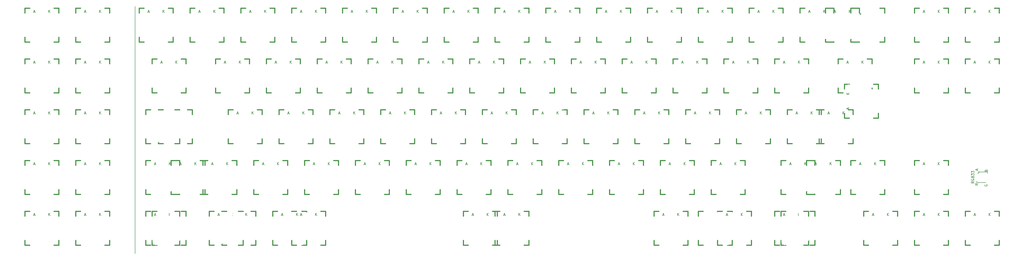
<source format=gto>
G04 #@! TF.FileFunction,Legend,Top*
%FSLAX46Y46*%
G04 Gerber Fmt 4.6, Leading zero omitted, Abs format (unit mm)*
G04 Created by KiCad (PCBNEW 4.0.3-stable) date Saturday, December 24, 2016 'PMt' 05:52:02 PM*
%MOMM*%
%LPD*%
G01*
G04 APERTURE LIST*
%ADD10C,0.150000*%
%ADD11C,0.200000*%
%ADD12C,0.381000*%
%ADD13C,4.067810*%
%ADD14C,1.781810*%
%ADD15C,2.580000*%
%ADD16R,2.080000X2.080000*%
%ADD17C,2.080000*%
%ADD18C,6.380000*%
%ADD19C,0.979160*%
%ADD20R,1.680000X1.080000*%
%ADD21C,0.689600*%
%ADD22R,2.112000X1.807200*%
%ADD23O,2.112000X1.807200*%
%ADD24C,1.080000*%
%ADD25R,1.807200X1.807200*%
%ADD26O,1.807200X1.807200*%
G04 APERTURE END LIST*
D10*
D11*
X73025000Y-21590000D02*
X73025000Y-114300000D01*
D12*
X354012500Y-92075000D02*
X352234500Y-92075000D01*
X343090500Y-92075000D02*
X341312500Y-92075000D01*
X341312500Y-92075000D02*
X341312500Y-90297000D01*
X341312500Y-81153000D02*
X341312500Y-79375000D01*
X341312500Y-79375000D02*
X343090500Y-79375000D01*
X352234500Y-79375000D02*
X354012500Y-79375000D01*
X354012500Y-79375000D02*
X354012500Y-81153000D01*
X354012500Y-90297000D02*
X354012500Y-92075000D01*
X327818750Y-92075000D02*
X326040750Y-92075000D01*
X316896750Y-92075000D02*
X315118750Y-92075000D01*
X315118750Y-92075000D02*
X315118750Y-90297000D01*
X315118750Y-81153000D02*
X315118750Y-79375000D01*
X315118750Y-79375000D02*
X316896750Y-79375000D01*
X326040750Y-79375000D02*
X327818750Y-79375000D01*
X327818750Y-79375000D02*
X327818750Y-81153000D01*
X327818750Y-90297000D02*
X327818750Y-92075000D01*
X334962500Y-34925000D02*
X333184500Y-34925000D01*
X324040500Y-34925000D02*
X322262500Y-34925000D01*
X322262500Y-34925000D02*
X322262500Y-33147000D01*
X322262500Y-24003000D02*
X322262500Y-22225000D01*
X322262500Y-22225000D02*
X324040500Y-22225000D01*
X333184500Y-22225000D02*
X334962500Y-22225000D01*
X334962500Y-22225000D02*
X334962500Y-24003000D01*
X334962500Y-33147000D02*
X334962500Y-34925000D01*
X89693750Y-73025000D02*
X87915750Y-73025000D01*
X78771750Y-73025000D02*
X76993750Y-73025000D01*
X76993750Y-73025000D02*
X76993750Y-71247000D01*
X76993750Y-62103000D02*
X76993750Y-60325000D01*
X76993750Y-60325000D02*
X78771750Y-60325000D01*
X87915750Y-60325000D02*
X89693750Y-60325000D01*
X89693750Y-60325000D02*
X89693750Y-62103000D01*
X89693750Y-71247000D02*
X89693750Y-73025000D01*
X44450000Y-34925000D02*
X42672000Y-34925000D01*
X33528000Y-34925000D02*
X31750000Y-34925000D01*
X31750000Y-34925000D02*
X31750000Y-33147000D01*
X31750000Y-24003000D02*
X31750000Y-22225000D01*
X31750000Y-22225000D02*
X33528000Y-22225000D01*
X42672000Y-22225000D02*
X44450000Y-22225000D01*
X44450000Y-22225000D02*
X44450000Y-24003000D01*
X44450000Y-33147000D02*
X44450000Y-34925000D01*
X63500000Y-34925000D02*
X61722000Y-34925000D01*
X52578000Y-34925000D02*
X50800000Y-34925000D01*
X50800000Y-34925000D02*
X50800000Y-33147000D01*
X50800000Y-24003000D02*
X50800000Y-22225000D01*
X50800000Y-22225000D02*
X52578000Y-22225000D01*
X61722000Y-22225000D02*
X63500000Y-22225000D01*
X63500000Y-22225000D02*
X63500000Y-24003000D01*
X63500000Y-33147000D02*
X63500000Y-34925000D01*
X87312500Y-34925000D02*
X85534500Y-34925000D01*
X76390500Y-34925000D02*
X74612500Y-34925000D01*
X74612500Y-34925000D02*
X74612500Y-33147000D01*
X74612500Y-24003000D02*
X74612500Y-22225000D01*
X74612500Y-22225000D02*
X76390500Y-22225000D01*
X85534500Y-22225000D02*
X87312500Y-22225000D01*
X87312500Y-22225000D02*
X87312500Y-24003000D01*
X87312500Y-33147000D02*
X87312500Y-34925000D01*
X106362500Y-34925000D02*
X104584500Y-34925000D01*
X95440500Y-34925000D02*
X93662500Y-34925000D01*
X93662500Y-34925000D02*
X93662500Y-33147000D01*
X93662500Y-24003000D02*
X93662500Y-22225000D01*
X93662500Y-22225000D02*
X95440500Y-22225000D01*
X104584500Y-22225000D02*
X106362500Y-22225000D01*
X106362500Y-22225000D02*
X106362500Y-24003000D01*
X106362500Y-33147000D02*
X106362500Y-34925000D01*
X125412500Y-34925000D02*
X123634500Y-34925000D01*
X114490500Y-34925000D02*
X112712500Y-34925000D01*
X112712500Y-34925000D02*
X112712500Y-33147000D01*
X112712500Y-24003000D02*
X112712500Y-22225000D01*
X112712500Y-22225000D02*
X114490500Y-22225000D01*
X123634500Y-22225000D02*
X125412500Y-22225000D01*
X125412500Y-22225000D02*
X125412500Y-24003000D01*
X125412500Y-33147000D02*
X125412500Y-34925000D01*
X144462500Y-34925000D02*
X142684500Y-34925000D01*
X133540500Y-34925000D02*
X131762500Y-34925000D01*
X131762500Y-34925000D02*
X131762500Y-33147000D01*
X131762500Y-24003000D02*
X131762500Y-22225000D01*
X131762500Y-22225000D02*
X133540500Y-22225000D01*
X142684500Y-22225000D02*
X144462500Y-22225000D01*
X144462500Y-22225000D02*
X144462500Y-24003000D01*
X144462500Y-33147000D02*
X144462500Y-34925000D01*
X163512500Y-34925000D02*
X161734500Y-34925000D01*
X152590500Y-34925000D02*
X150812500Y-34925000D01*
X150812500Y-34925000D02*
X150812500Y-33147000D01*
X150812500Y-24003000D02*
X150812500Y-22225000D01*
X150812500Y-22225000D02*
X152590500Y-22225000D01*
X161734500Y-22225000D02*
X163512500Y-22225000D01*
X163512500Y-22225000D02*
X163512500Y-24003000D01*
X163512500Y-33147000D02*
X163512500Y-34925000D01*
X182562500Y-34925000D02*
X180784500Y-34925000D01*
X171640500Y-34925000D02*
X169862500Y-34925000D01*
X169862500Y-34925000D02*
X169862500Y-33147000D01*
X169862500Y-24003000D02*
X169862500Y-22225000D01*
X169862500Y-22225000D02*
X171640500Y-22225000D01*
X180784500Y-22225000D02*
X182562500Y-22225000D01*
X182562500Y-22225000D02*
X182562500Y-24003000D01*
X182562500Y-33147000D02*
X182562500Y-34925000D01*
X201612500Y-34925000D02*
X199834500Y-34925000D01*
X190690500Y-34925000D02*
X188912500Y-34925000D01*
X188912500Y-34925000D02*
X188912500Y-33147000D01*
X188912500Y-24003000D02*
X188912500Y-22225000D01*
X188912500Y-22225000D02*
X190690500Y-22225000D01*
X199834500Y-22225000D02*
X201612500Y-22225000D01*
X201612500Y-22225000D02*
X201612500Y-24003000D01*
X201612500Y-33147000D02*
X201612500Y-34925000D01*
X220662500Y-34925000D02*
X218884500Y-34925000D01*
X209740500Y-34925000D02*
X207962500Y-34925000D01*
X207962500Y-34925000D02*
X207962500Y-33147000D01*
X207962500Y-24003000D02*
X207962500Y-22225000D01*
X207962500Y-22225000D02*
X209740500Y-22225000D01*
X218884500Y-22225000D02*
X220662500Y-22225000D01*
X220662500Y-22225000D02*
X220662500Y-24003000D01*
X220662500Y-33147000D02*
X220662500Y-34925000D01*
X239712500Y-34925000D02*
X237934500Y-34925000D01*
X228790500Y-34925000D02*
X227012500Y-34925000D01*
X227012500Y-34925000D02*
X227012500Y-33147000D01*
X227012500Y-24003000D02*
X227012500Y-22225000D01*
X227012500Y-22225000D02*
X228790500Y-22225000D01*
X237934500Y-22225000D02*
X239712500Y-22225000D01*
X239712500Y-22225000D02*
X239712500Y-24003000D01*
X239712500Y-33147000D02*
X239712500Y-34925000D01*
X258762500Y-34925000D02*
X256984500Y-34925000D01*
X247840500Y-34925000D02*
X246062500Y-34925000D01*
X246062500Y-34925000D02*
X246062500Y-33147000D01*
X246062500Y-24003000D02*
X246062500Y-22225000D01*
X246062500Y-22225000D02*
X247840500Y-22225000D01*
X256984500Y-22225000D02*
X258762500Y-22225000D01*
X258762500Y-22225000D02*
X258762500Y-24003000D01*
X258762500Y-33147000D02*
X258762500Y-34925000D01*
X277812500Y-34925000D02*
X276034500Y-34925000D01*
X266890500Y-34925000D02*
X265112500Y-34925000D01*
X265112500Y-34925000D02*
X265112500Y-33147000D01*
X265112500Y-24003000D02*
X265112500Y-22225000D01*
X265112500Y-22225000D02*
X266890500Y-22225000D01*
X276034500Y-22225000D02*
X277812500Y-22225000D01*
X277812500Y-22225000D02*
X277812500Y-24003000D01*
X277812500Y-33147000D02*
X277812500Y-34925000D01*
X296862500Y-34925000D02*
X295084500Y-34925000D01*
X285940500Y-34925000D02*
X284162500Y-34925000D01*
X284162500Y-34925000D02*
X284162500Y-33147000D01*
X284162500Y-24003000D02*
X284162500Y-22225000D01*
X284162500Y-22225000D02*
X285940500Y-22225000D01*
X295084500Y-22225000D02*
X296862500Y-22225000D01*
X296862500Y-22225000D02*
X296862500Y-24003000D01*
X296862500Y-33147000D02*
X296862500Y-34925000D01*
X315912500Y-34925000D02*
X314134500Y-34925000D01*
X304990500Y-34925000D02*
X303212500Y-34925000D01*
X303212500Y-34925000D02*
X303212500Y-33147000D01*
X303212500Y-24003000D02*
X303212500Y-22225000D01*
X303212500Y-22225000D02*
X304990500Y-22225000D01*
X314134500Y-22225000D02*
X315912500Y-22225000D01*
X315912500Y-22225000D02*
X315912500Y-24003000D01*
X315912500Y-33147000D02*
X315912500Y-34925000D01*
X344487500Y-34925000D02*
X342709500Y-34925000D01*
X333565500Y-34925000D02*
X331787500Y-34925000D01*
X331787500Y-34925000D02*
X331787500Y-33147000D01*
X331787500Y-24003000D02*
X331787500Y-22225000D01*
X331787500Y-22225000D02*
X333565500Y-22225000D01*
X342709500Y-22225000D02*
X344487500Y-22225000D01*
X344487500Y-22225000D02*
X344487500Y-24003000D01*
X344487500Y-33147000D02*
X344487500Y-34925000D01*
X377825000Y-34925000D02*
X376047000Y-34925000D01*
X366903000Y-34925000D02*
X365125000Y-34925000D01*
X365125000Y-34925000D02*
X365125000Y-33147000D01*
X365125000Y-24003000D02*
X365125000Y-22225000D01*
X365125000Y-22225000D02*
X366903000Y-22225000D01*
X376047000Y-22225000D02*
X377825000Y-22225000D01*
X377825000Y-22225000D02*
X377825000Y-24003000D01*
X377825000Y-33147000D02*
X377825000Y-34925000D01*
X396875000Y-34925000D02*
X395097000Y-34925000D01*
X385953000Y-34925000D02*
X384175000Y-34925000D01*
X384175000Y-34925000D02*
X384175000Y-33147000D01*
X384175000Y-24003000D02*
X384175000Y-22225000D01*
X384175000Y-22225000D02*
X385953000Y-22225000D01*
X395097000Y-22225000D02*
X396875000Y-22225000D01*
X396875000Y-22225000D02*
X396875000Y-24003000D01*
X396875000Y-33147000D02*
X396875000Y-34925000D01*
X44450000Y-53975000D02*
X42672000Y-53975000D01*
X33528000Y-53975000D02*
X31750000Y-53975000D01*
X31750000Y-53975000D02*
X31750000Y-52197000D01*
X31750000Y-43053000D02*
X31750000Y-41275000D01*
X31750000Y-41275000D02*
X33528000Y-41275000D01*
X42672000Y-41275000D02*
X44450000Y-41275000D01*
X44450000Y-41275000D02*
X44450000Y-43053000D01*
X44450000Y-52197000D02*
X44450000Y-53975000D01*
X63500000Y-53975000D02*
X61722000Y-53975000D01*
X52578000Y-53975000D02*
X50800000Y-53975000D01*
X50800000Y-53975000D02*
X50800000Y-52197000D01*
X50800000Y-43053000D02*
X50800000Y-41275000D01*
X50800000Y-41275000D02*
X52578000Y-41275000D01*
X61722000Y-41275000D02*
X63500000Y-41275000D01*
X63500000Y-41275000D02*
X63500000Y-43053000D01*
X63500000Y-52197000D02*
X63500000Y-53975000D01*
X92075000Y-53975000D02*
X90297000Y-53975000D01*
X81153000Y-53975000D02*
X79375000Y-53975000D01*
X79375000Y-53975000D02*
X79375000Y-52197000D01*
X79375000Y-43053000D02*
X79375000Y-41275000D01*
X79375000Y-41275000D02*
X81153000Y-41275000D01*
X90297000Y-41275000D02*
X92075000Y-41275000D01*
X92075000Y-41275000D02*
X92075000Y-43053000D01*
X92075000Y-52197000D02*
X92075000Y-53975000D01*
X115887500Y-53975000D02*
X114109500Y-53975000D01*
X104965500Y-53975000D02*
X103187500Y-53975000D01*
X103187500Y-53975000D02*
X103187500Y-52197000D01*
X103187500Y-43053000D02*
X103187500Y-41275000D01*
X103187500Y-41275000D02*
X104965500Y-41275000D01*
X114109500Y-41275000D02*
X115887500Y-41275000D01*
X115887500Y-41275000D02*
X115887500Y-43053000D01*
X115887500Y-52197000D02*
X115887500Y-53975000D01*
X134937500Y-53975000D02*
X133159500Y-53975000D01*
X124015500Y-53975000D02*
X122237500Y-53975000D01*
X122237500Y-53975000D02*
X122237500Y-52197000D01*
X122237500Y-43053000D02*
X122237500Y-41275000D01*
X122237500Y-41275000D02*
X124015500Y-41275000D01*
X133159500Y-41275000D02*
X134937500Y-41275000D01*
X134937500Y-41275000D02*
X134937500Y-43053000D01*
X134937500Y-52197000D02*
X134937500Y-53975000D01*
X153987500Y-53975000D02*
X152209500Y-53975000D01*
X143065500Y-53975000D02*
X141287500Y-53975000D01*
X141287500Y-53975000D02*
X141287500Y-52197000D01*
X141287500Y-43053000D02*
X141287500Y-41275000D01*
X141287500Y-41275000D02*
X143065500Y-41275000D01*
X152209500Y-41275000D02*
X153987500Y-41275000D01*
X153987500Y-41275000D02*
X153987500Y-43053000D01*
X153987500Y-52197000D02*
X153987500Y-53975000D01*
X173037500Y-53975000D02*
X171259500Y-53975000D01*
X162115500Y-53975000D02*
X160337500Y-53975000D01*
X160337500Y-53975000D02*
X160337500Y-52197000D01*
X160337500Y-43053000D02*
X160337500Y-41275000D01*
X160337500Y-41275000D02*
X162115500Y-41275000D01*
X171259500Y-41275000D02*
X173037500Y-41275000D01*
X173037500Y-41275000D02*
X173037500Y-43053000D01*
X173037500Y-52197000D02*
X173037500Y-53975000D01*
X192087500Y-53975000D02*
X190309500Y-53975000D01*
X181165500Y-53975000D02*
X179387500Y-53975000D01*
X179387500Y-53975000D02*
X179387500Y-52197000D01*
X179387500Y-43053000D02*
X179387500Y-41275000D01*
X179387500Y-41275000D02*
X181165500Y-41275000D01*
X190309500Y-41275000D02*
X192087500Y-41275000D01*
X192087500Y-41275000D02*
X192087500Y-43053000D01*
X192087500Y-52197000D02*
X192087500Y-53975000D01*
X211137500Y-53975000D02*
X209359500Y-53975000D01*
X200215500Y-53975000D02*
X198437500Y-53975000D01*
X198437500Y-53975000D02*
X198437500Y-52197000D01*
X198437500Y-43053000D02*
X198437500Y-41275000D01*
X198437500Y-41275000D02*
X200215500Y-41275000D01*
X209359500Y-41275000D02*
X211137500Y-41275000D01*
X211137500Y-41275000D02*
X211137500Y-43053000D01*
X211137500Y-52197000D02*
X211137500Y-53975000D01*
X230187500Y-53975000D02*
X228409500Y-53975000D01*
X219265500Y-53975000D02*
X217487500Y-53975000D01*
X217487500Y-53975000D02*
X217487500Y-52197000D01*
X217487500Y-43053000D02*
X217487500Y-41275000D01*
X217487500Y-41275000D02*
X219265500Y-41275000D01*
X228409500Y-41275000D02*
X230187500Y-41275000D01*
X230187500Y-41275000D02*
X230187500Y-43053000D01*
X230187500Y-52197000D02*
X230187500Y-53975000D01*
X249237500Y-53975000D02*
X247459500Y-53975000D01*
X238315500Y-53975000D02*
X236537500Y-53975000D01*
X236537500Y-53975000D02*
X236537500Y-52197000D01*
X236537500Y-43053000D02*
X236537500Y-41275000D01*
X236537500Y-41275000D02*
X238315500Y-41275000D01*
X247459500Y-41275000D02*
X249237500Y-41275000D01*
X249237500Y-41275000D02*
X249237500Y-43053000D01*
X249237500Y-52197000D02*
X249237500Y-53975000D01*
X268287500Y-53975000D02*
X266509500Y-53975000D01*
X257365500Y-53975000D02*
X255587500Y-53975000D01*
X255587500Y-53975000D02*
X255587500Y-52197000D01*
X255587500Y-43053000D02*
X255587500Y-41275000D01*
X255587500Y-41275000D02*
X257365500Y-41275000D01*
X266509500Y-41275000D02*
X268287500Y-41275000D01*
X268287500Y-41275000D02*
X268287500Y-43053000D01*
X268287500Y-52197000D02*
X268287500Y-53975000D01*
X287337500Y-53975000D02*
X285559500Y-53975000D01*
X276415500Y-53975000D02*
X274637500Y-53975000D01*
X274637500Y-53975000D02*
X274637500Y-52197000D01*
X274637500Y-43053000D02*
X274637500Y-41275000D01*
X274637500Y-41275000D02*
X276415500Y-41275000D01*
X285559500Y-41275000D02*
X287337500Y-41275000D01*
X287337500Y-41275000D02*
X287337500Y-43053000D01*
X287337500Y-52197000D02*
X287337500Y-53975000D01*
X306387500Y-53975000D02*
X304609500Y-53975000D01*
X295465500Y-53975000D02*
X293687500Y-53975000D01*
X293687500Y-53975000D02*
X293687500Y-52197000D01*
X293687500Y-43053000D02*
X293687500Y-41275000D01*
X293687500Y-41275000D02*
X295465500Y-41275000D01*
X304609500Y-41275000D02*
X306387500Y-41275000D01*
X306387500Y-41275000D02*
X306387500Y-43053000D01*
X306387500Y-52197000D02*
X306387500Y-53975000D01*
X325437500Y-53975000D02*
X323659500Y-53975000D01*
X314515500Y-53975000D02*
X312737500Y-53975000D01*
X312737500Y-53975000D02*
X312737500Y-52197000D01*
X312737500Y-43053000D02*
X312737500Y-41275000D01*
X312737500Y-41275000D02*
X314515500Y-41275000D01*
X323659500Y-41275000D02*
X325437500Y-41275000D01*
X325437500Y-41275000D02*
X325437500Y-43053000D01*
X325437500Y-52197000D02*
X325437500Y-53975000D01*
X349250000Y-53975000D02*
X347472000Y-53975000D01*
X338328000Y-53975000D02*
X336550000Y-53975000D01*
X336550000Y-53975000D02*
X336550000Y-52197000D01*
X336550000Y-43053000D02*
X336550000Y-41275000D01*
X336550000Y-41275000D02*
X338328000Y-41275000D01*
X347472000Y-41275000D02*
X349250000Y-41275000D01*
X349250000Y-41275000D02*
X349250000Y-43053000D01*
X349250000Y-52197000D02*
X349250000Y-53975000D01*
X351631250Y-50800000D02*
X351631250Y-52578000D01*
X351631250Y-61722000D02*
X351631250Y-63500000D01*
X351631250Y-63500000D02*
X349853250Y-63500000D01*
X340709250Y-63500000D02*
X338931250Y-63500000D01*
X338931250Y-63500000D02*
X338931250Y-61722000D01*
X338931250Y-52578000D02*
X338931250Y-50800000D01*
X338931250Y-50800000D02*
X340709250Y-50800000D01*
X349853250Y-50800000D02*
X351631250Y-50800000D01*
X377825000Y-53975000D02*
X376047000Y-53975000D01*
X366903000Y-53975000D02*
X365125000Y-53975000D01*
X365125000Y-53975000D02*
X365125000Y-52197000D01*
X365125000Y-43053000D02*
X365125000Y-41275000D01*
X365125000Y-41275000D02*
X366903000Y-41275000D01*
X376047000Y-41275000D02*
X377825000Y-41275000D01*
X377825000Y-41275000D02*
X377825000Y-43053000D01*
X377825000Y-52197000D02*
X377825000Y-53975000D01*
X396875000Y-53975000D02*
X395097000Y-53975000D01*
X385953000Y-53975000D02*
X384175000Y-53975000D01*
X384175000Y-53975000D02*
X384175000Y-52197000D01*
X384175000Y-43053000D02*
X384175000Y-41275000D01*
X384175000Y-41275000D02*
X385953000Y-41275000D01*
X395097000Y-41275000D02*
X396875000Y-41275000D01*
X396875000Y-41275000D02*
X396875000Y-43053000D01*
X396875000Y-52197000D02*
X396875000Y-53975000D01*
X44450000Y-73025000D02*
X42672000Y-73025000D01*
X33528000Y-73025000D02*
X31750000Y-73025000D01*
X31750000Y-73025000D02*
X31750000Y-71247000D01*
X31750000Y-62103000D02*
X31750000Y-60325000D01*
X31750000Y-60325000D02*
X33528000Y-60325000D01*
X42672000Y-60325000D02*
X44450000Y-60325000D01*
X44450000Y-60325000D02*
X44450000Y-62103000D01*
X44450000Y-71247000D02*
X44450000Y-73025000D01*
X63500000Y-73025000D02*
X61722000Y-73025000D01*
X52578000Y-73025000D02*
X50800000Y-73025000D01*
X50800000Y-73025000D02*
X50800000Y-71247000D01*
X50800000Y-62103000D02*
X50800000Y-60325000D01*
X50800000Y-60325000D02*
X52578000Y-60325000D01*
X61722000Y-60325000D02*
X63500000Y-60325000D01*
X63500000Y-60325000D02*
X63500000Y-62103000D01*
X63500000Y-71247000D02*
X63500000Y-73025000D01*
X94456250Y-73025000D02*
X92678250Y-73025000D01*
X83534250Y-73025000D02*
X81756250Y-73025000D01*
X81756250Y-73025000D02*
X81756250Y-71247000D01*
X81756250Y-62103000D02*
X81756250Y-60325000D01*
X81756250Y-60325000D02*
X83534250Y-60325000D01*
X92678250Y-60325000D02*
X94456250Y-60325000D01*
X94456250Y-60325000D02*
X94456250Y-62103000D01*
X94456250Y-71247000D02*
X94456250Y-73025000D01*
X120650000Y-73025000D02*
X118872000Y-73025000D01*
X109728000Y-73025000D02*
X107950000Y-73025000D01*
X107950000Y-73025000D02*
X107950000Y-71247000D01*
X107950000Y-62103000D02*
X107950000Y-60325000D01*
X107950000Y-60325000D02*
X109728000Y-60325000D01*
X118872000Y-60325000D02*
X120650000Y-60325000D01*
X120650000Y-60325000D02*
X120650000Y-62103000D01*
X120650000Y-71247000D02*
X120650000Y-73025000D01*
X139700000Y-73025000D02*
X137922000Y-73025000D01*
X128778000Y-73025000D02*
X127000000Y-73025000D01*
X127000000Y-73025000D02*
X127000000Y-71247000D01*
X127000000Y-62103000D02*
X127000000Y-60325000D01*
X127000000Y-60325000D02*
X128778000Y-60325000D01*
X137922000Y-60325000D02*
X139700000Y-60325000D01*
X139700000Y-60325000D02*
X139700000Y-62103000D01*
X139700000Y-71247000D02*
X139700000Y-73025000D01*
X158750000Y-73025000D02*
X156972000Y-73025000D01*
X147828000Y-73025000D02*
X146050000Y-73025000D01*
X146050000Y-73025000D02*
X146050000Y-71247000D01*
X146050000Y-62103000D02*
X146050000Y-60325000D01*
X146050000Y-60325000D02*
X147828000Y-60325000D01*
X156972000Y-60325000D02*
X158750000Y-60325000D01*
X158750000Y-60325000D02*
X158750000Y-62103000D01*
X158750000Y-71247000D02*
X158750000Y-73025000D01*
X177800000Y-73025000D02*
X176022000Y-73025000D01*
X166878000Y-73025000D02*
X165100000Y-73025000D01*
X165100000Y-73025000D02*
X165100000Y-71247000D01*
X165100000Y-62103000D02*
X165100000Y-60325000D01*
X165100000Y-60325000D02*
X166878000Y-60325000D01*
X176022000Y-60325000D02*
X177800000Y-60325000D01*
X177800000Y-60325000D02*
X177800000Y-62103000D01*
X177800000Y-71247000D02*
X177800000Y-73025000D01*
X196850000Y-73025000D02*
X195072000Y-73025000D01*
X185928000Y-73025000D02*
X184150000Y-73025000D01*
X184150000Y-73025000D02*
X184150000Y-71247000D01*
X184150000Y-62103000D02*
X184150000Y-60325000D01*
X184150000Y-60325000D02*
X185928000Y-60325000D01*
X195072000Y-60325000D02*
X196850000Y-60325000D01*
X196850000Y-60325000D02*
X196850000Y-62103000D01*
X196850000Y-71247000D02*
X196850000Y-73025000D01*
X215900000Y-73025000D02*
X214122000Y-73025000D01*
X204978000Y-73025000D02*
X203200000Y-73025000D01*
X203200000Y-73025000D02*
X203200000Y-71247000D01*
X203200000Y-62103000D02*
X203200000Y-60325000D01*
X203200000Y-60325000D02*
X204978000Y-60325000D01*
X214122000Y-60325000D02*
X215900000Y-60325000D01*
X215900000Y-60325000D02*
X215900000Y-62103000D01*
X215900000Y-71247000D02*
X215900000Y-73025000D01*
X234950000Y-73025000D02*
X233172000Y-73025000D01*
X224028000Y-73025000D02*
X222250000Y-73025000D01*
X222250000Y-73025000D02*
X222250000Y-71247000D01*
X222250000Y-62103000D02*
X222250000Y-60325000D01*
X222250000Y-60325000D02*
X224028000Y-60325000D01*
X233172000Y-60325000D02*
X234950000Y-60325000D01*
X234950000Y-60325000D02*
X234950000Y-62103000D01*
X234950000Y-71247000D02*
X234950000Y-73025000D01*
X254000000Y-73025000D02*
X252222000Y-73025000D01*
X243078000Y-73025000D02*
X241300000Y-73025000D01*
X241300000Y-73025000D02*
X241300000Y-71247000D01*
X241300000Y-62103000D02*
X241300000Y-60325000D01*
X241300000Y-60325000D02*
X243078000Y-60325000D01*
X252222000Y-60325000D02*
X254000000Y-60325000D01*
X254000000Y-60325000D02*
X254000000Y-62103000D01*
X254000000Y-71247000D02*
X254000000Y-73025000D01*
X273050000Y-73025000D02*
X271272000Y-73025000D01*
X262128000Y-73025000D02*
X260350000Y-73025000D01*
X260350000Y-73025000D02*
X260350000Y-71247000D01*
X260350000Y-62103000D02*
X260350000Y-60325000D01*
X260350000Y-60325000D02*
X262128000Y-60325000D01*
X271272000Y-60325000D02*
X273050000Y-60325000D01*
X273050000Y-60325000D02*
X273050000Y-62103000D01*
X273050000Y-71247000D02*
X273050000Y-73025000D01*
X292100000Y-73025000D02*
X290322000Y-73025000D01*
X281178000Y-73025000D02*
X279400000Y-73025000D01*
X279400000Y-73025000D02*
X279400000Y-71247000D01*
X279400000Y-62103000D02*
X279400000Y-60325000D01*
X279400000Y-60325000D02*
X281178000Y-60325000D01*
X290322000Y-60325000D02*
X292100000Y-60325000D01*
X292100000Y-60325000D02*
X292100000Y-62103000D01*
X292100000Y-71247000D02*
X292100000Y-73025000D01*
X311150000Y-73025000D02*
X309372000Y-73025000D01*
X300228000Y-73025000D02*
X298450000Y-73025000D01*
X298450000Y-73025000D02*
X298450000Y-71247000D01*
X298450000Y-62103000D02*
X298450000Y-60325000D01*
X298450000Y-60325000D02*
X300228000Y-60325000D01*
X309372000Y-60325000D02*
X311150000Y-60325000D01*
X311150000Y-60325000D02*
X311150000Y-62103000D01*
X311150000Y-71247000D02*
X311150000Y-73025000D01*
X342106250Y-73025000D02*
X340328250Y-73025000D01*
X331184250Y-73025000D02*
X329406250Y-73025000D01*
X329406250Y-73025000D02*
X329406250Y-71247000D01*
X329406250Y-62103000D02*
X329406250Y-60325000D01*
X329406250Y-60325000D02*
X331184250Y-60325000D01*
X340328250Y-60325000D02*
X342106250Y-60325000D01*
X342106250Y-60325000D02*
X342106250Y-62103000D01*
X342106250Y-71247000D02*
X342106250Y-73025000D01*
X330200000Y-73025000D02*
X328422000Y-73025000D01*
X319278000Y-73025000D02*
X317500000Y-73025000D01*
X317500000Y-73025000D02*
X317500000Y-71247000D01*
X317500000Y-62103000D02*
X317500000Y-60325000D01*
X317500000Y-60325000D02*
X319278000Y-60325000D01*
X328422000Y-60325000D02*
X330200000Y-60325000D01*
X330200000Y-60325000D02*
X330200000Y-62103000D01*
X330200000Y-71247000D02*
X330200000Y-73025000D01*
X44450000Y-92075000D02*
X42672000Y-92075000D01*
X33528000Y-92075000D02*
X31750000Y-92075000D01*
X31750000Y-92075000D02*
X31750000Y-90297000D01*
X31750000Y-81153000D02*
X31750000Y-79375000D01*
X31750000Y-79375000D02*
X33528000Y-79375000D01*
X42672000Y-79375000D02*
X44450000Y-79375000D01*
X44450000Y-79375000D02*
X44450000Y-81153000D01*
X44450000Y-90297000D02*
X44450000Y-92075000D01*
X63500000Y-92075000D02*
X61722000Y-92075000D01*
X52578000Y-92075000D02*
X50800000Y-92075000D01*
X50800000Y-92075000D02*
X50800000Y-90297000D01*
X50800000Y-81153000D02*
X50800000Y-79375000D01*
X50800000Y-79375000D02*
X52578000Y-79375000D01*
X61722000Y-79375000D02*
X63500000Y-79375000D01*
X63500000Y-79375000D02*
X63500000Y-81153000D01*
X63500000Y-90297000D02*
X63500000Y-92075000D01*
X99218750Y-92075000D02*
X97440750Y-92075000D01*
X88296750Y-92075000D02*
X86518750Y-92075000D01*
X86518750Y-92075000D02*
X86518750Y-90297000D01*
X86518750Y-81153000D02*
X86518750Y-79375000D01*
X86518750Y-79375000D02*
X88296750Y-79375000D01*
X97440750Y-79375000D02*
X99218750Y-79375000D01*
X99218750Y-79375000D02*
X99218750Y-81153000D01*
X99218750Y-90297000D02*
X99218750Y-92075000D01*
X89693750Y-92075000D02*
X87915750Y-92075000D01*
X78771750Y-92075000D02*
X76993750Y-92075000D01*
X76993750Y-92075000D02*
X76993750Y-90297000D01*
X76993750Y-81153000D02*
X76993750Y-79375000D01*
X76993750Y-79375000D02*
X78771750Y-79375000D01*
X87915750Y-79375000D02*
X89693750Y-79375000D01*
X89693750Y-79375000D02*
X89693750Y-81153000D01*
X89693750Y-90297000D02*
X89693750Y-92075000D01*
X111125000Y-92075000D02*
X109347000Y-92075000D01*
X100203000Y-92075000D02*
X98425000Y-92075000D01*
X98425000Y-92075000D02*
X98425000Y-90297000D01*
X98425000Y-81153000D02*
X98425000Y-79375000D01*
X98425000Y-79375000D02*
X100203000Y-79375000D01*
X109347000Y-79375000D02*
X111125000Y-79375000D01*
X111125000Y-79375000D02*
X111125000Y-81153000D01*
X111125000Y-90297000D02*
X111125000Y-92075000D01*
X130175000Y-92075000D02*
X128397000Y-92075000D01*
X119253000Y-92075000D02*
X117475000Y-92075000D01*
X117475000Y-92075000D02*
X117475000Y-90297000D01*
X117475000Y-81153000D02*
X117475000Y-79375000D01*
X117475000Y-79375000D02*
X119253000Y-79375000D01*
X128397000Y-79375000D02*
X130175000Y-79375000D01*
X130175000Y-79375000D02*
X130175000Y-81153000D01*
X130175000Y-90297000D02*
X130175000Y-92075000D01*
X149225000Y-92075000D02*
X147447000Y-92075000D01*
X138303000Y-92075000D02*
X136525000Y-92075000D01*
X136525000Y-92075000D02*
X136525000Y-90297000D01*
X136525000Y-81153000D02*
X136525000Y-79375000D01*
X136525000Y-79375000D02*
X138303000Y-79375000D01*
X147447000Y-79375000D02*
X149225000Y-79375000D01*
X149225000Y-79375000D02*
X149225000Y-81153000D01*
X149225000Y-90297000D02*
X149225000Y-92075000D01*
X168275000Y-92075000D02*
X166497000Y-92075000D01*
X157353000Y-92075000D02*
X155575000Y-92075000D01*
X155575000Y-92075000D02*
X155575000Y-90297000D01*
X155575000Y-81153000D02*
X155575000Y-79375000D01*
X155575000Y-79375000D02*
X157353000Y-79375000D01*
X166497000Y-79375000D02*
X168275000Y-79375000D01*
X168275000Y-79375000D02*
X168275000Y-81153000D01*
X168275000Y-90297000D02*
X168275000Y-92075000D01*
X187325000Y-92075000D02*
X185547000Y-92075000D01*
X176403000Y-92075000D02*
X174625000Y-92075000D01*
X174625000Y-92075000D02*
X174625000Y-90297000D01*
X174625000Y-81153000D02*
X174625000Y-79375000D01*
X174625000Y-79375000D02*
X176403000Y-79375000D01*
X185547000Y-79375000D02*
X187325000Y-79375000D01*
X187325000Y-79375000D02*
X187325000Y-81153000D01*
X187325000Y-90297000D02*
X187325000Y-92075000D01*
X206375000Y-92075000D02*
X204597000Y-92075000D01*
X195453000Y-92075000D02*
X193675000Y-92075000D01*
X193675000Y-92075000D02*
X193675000Y-90297000D01*
X193675000Y-81153000D02*
X193675000Y-79375000D01*
X193675000Y-79375000D02*
X195453000Y-79375000D01*
X204597000Y-79375000D02*
X206375000Y-79375000D01*
X206375000Y-79375000D02*
X206375000Y-81153000D01*
X206375000Y-90297000D02*
X206375000Y-92075000D01*
X225425000Y-92075000D02*
X223647000Y-92075000D01*
X214503000Y-92075000D02*
X212725000Y-92075000D01*
X212725000Y-92075000D02*
X212725000Y-90297000D01*
X212725000Y-81153000D02*
X212725000Y-79375000D01*
X212725000Y-79375000D02*
X214503000Y-79375000D01*
X223647000Y-79375000D02*
X225425000Y-79375000D01*
X225425000Y-79375000D02*
X225425000Y-81153000D01*
X225425000Y-90297000D02*
X225425000Y-92075000D01*
X244475000Y-92075000D02*
X242697000Y-92075000D01*
X233553000Y-92075000D02*
X231775000Y-92075000D01*
X231775000Y-92075000D02*
X231775000Y-90297000D01*
X231775000Y-81153000D02*
X231775000Y-79375000D01*
X231775000Y-79375000D02*
X233553000Y-79375000D01*
X242697000Y-79375000D02*
X244475000Y-79375000D01*
X244475000Y-79375000D02*
X244475000Y-81153000D01*
X244475000Y-90297000D02*
X244475000Y-92075000D01*
X263525000Y-92075000D02*
X261747000Y-92075000D01*
X252603000Y-92075000D02*
X250825000Y-92075000D01*
X250825000Y-92075000D02*
X250825000Y-90297000D01*
X250825000Y-81153000D02*
X250825000Y-79375000D01*
X250825000Y-79375000D02*
X252603000Y-79375000D01*
X261747000Y-79375000D02*
X263525000Y-79375000D01*
X263525000Y-79375000D02*
X263525000Y-81153000D01*
X263525000Y-90297000D02*
X263525000Y-92075000D01*
X282575000Y-92075000D02*
X280797000Y-92075000D01*
X271653000Y-92075000D02*
X269875000Y-92075000D01*
X269875000Y-92075000D02*
X269875000Y-90297000D01*
X269875000Y-81153000D02*
X269875000Y-79375000D01*
X269875000Y-79375000D02*
X271653000Y-79375000D01*
X280797000Y-79375000D02*
X282575000Y-79375000D01*
X282575000Y-79375000D02*
X282575000Y-81153000D01*
X282575000Y-90297000D02*
X282575000Y-92075000D01*
X301625000Y-92075000D02*
X299847000Y-92075000D01*
X290703000Y-92075000D02*
X288925000Y-92075000D01*
X288925000Y-92075000D02*
X288925000Y-90297000D01*
X288925000Y-81153000D02*
X288925000Y-79375000D01*
X288925000Y-79375000D02*
X290703000Y-79375000D01*
X299847000Y-79375000D02*
X301625000Y-79375000D01*
X301625000Y-79375000D02*
X301625000Y-81153000D01*
X301625000Y-90297000D02*
X301625000Y-92075000D01*
X337343750Y-92075000D02*
X335565750Y-92075000D01*
X326421750Y-92075000D02*
X324643750Y-92075000D01*
X324643750Y-92075000D02*
X324643750Y-90297000D01*
X324643750Y-81153000D02*
X324643750Y-79375000D01*
X324643750Y-79375000D02*
X326421750Y-79375000D01*
X335565750Y-79375000D02*
X337343750Y-79375000D01*
X337343750Y-79375000D02*
X337343750Y-81153000D01*
X337343750Y-90297000D02*
X337343750Y-92075000D01*
X377825000Y-92075000D02*
X376047000Y-92075000D01*
X366903000Y-92075000D02*
X365125000Y-92075000D01*
X365125000Y-92075000D02*
X365125000Y-90297000D01*
X365125000Y-81153000D02*
X365125000Y-79375000D01*
X365125000Y-79375000D02*
X366903000Y-79375000D01*
X376047000Y-79375000D02*
X377825000Y-79375000D01*
X377825000Y-79375000D02*
X377825000Y-81153000D01*
X377825000Y-90297000D02*
X377825000Y-92075000D01*
X44450000Y-111125000D02*
X42672000Y-111125000D01*
X33528000Y-111125000D02*
X31750000Y-111125000D01*
X31750000Y-111125000D02*
X31750000Y-109347000D01*
X31750000Y-100203000D02*
X31750000Y-98425000D01*
X31750000Y-98425000D02*
X33528000Y-98425000D01*
X42672000Y-98425000D02*
X44450000Y-98425000D01*
X44450000Y-98425000D02*
X44450000Y-100203000D01*
X44450000Y-109347000D02*
X44450000Y-111125000D01*
X63500000Y-111125000D02*
X61722000Y-111125000D01*
X52578000Y-111125000D02*
X50800000Y-111125000D01*
X50800000Y-111125000D02*
X50800000Y-109347000D01*
X50800000Y-100203000D02*
X50800000Y-98425000D01*
X50800000Y-98425000D02*
X52578000Y-98425000D01*
X61722000Y-98425000D02*
X63500000Y-98425000D01*
X63500000Y-98425000D02*
X63500000Y-100203000D01*
X63500000Y-109347000D02*
X63500000Y-111125000D01*
X89693750Y-111125000D02*
X87915750Y-111125000D01*
X78771750Y-111125000D02*
X76993750Y-111125000D01*
X76993750Y-111125000D02*
X76993750Y-109347000D01*
X76993750Y-100203000D02*
X76993750Y-98425000D01*
X76993750Y-98425000D02*
X78771750Y-98425000D01*
X87915750Y-98425000D02*
X89693750Y-98425000D01*
X89693750Y-98425000D02*
X89693750Y-100203000D01*
X89693750Y-109347000D02*
X89693750Y-111125000D01*
X113506250Y-111125000D02*
X111728250Y-111125000D01*
X102584250Y-111125000D02*
X100806250Y-111125000D01*
X100806250Y-111125000D02*
X100806250Y-109347000D01*
X100806250Y-100203000D02*
X100806250Y-98425000D01*
X100806250Y-98425000D02*
X102584250Y-98425000D01*
X111728250Y-98425000D02*
X113506250Y-98425000D01*
X113506250Y-98425000D02*
X113506250Y-100203000D01*
X113506250Y-109347000D02*
X113506250Y-111125000D01*
X118268750Y-111125000D02*
X116490750Y-111125000D01*
X107346750Y-111125000D02*
X105568750Y-111125000D01*
X105568750Y-111125000D02*
X105568750Y-109347000D01*
X105568750Y-100203000D02*
X105568750Y-98425000D01*
X105568750Y-98425000D02*
X107346750Y-98425000D01*
X116490750Y-98425000D02*
X118268750Y-98425000D01*
X118268750Y-98425000D02*
X118268750Y-100203000D01*
X118268750Y-109347000D02*
X118268750Y-111125000D01*
X137318750Y-111125000D02*
X135540750Y-111125000D01*
X126396750Y-111125000D02*
X124618750Y-111125000D01*
X124618750Y-111125000D02*
X124618750Y-109347000D01*
X124618750Y-100203000D02*
X124618750Y-98425000D01*
X124618750Y-98425000D02*
X126396750Y-98425000D01*
X135540750Y-98425000D02*
X137318750Y-98425000D01*
X137318750Y-98425000D02*
X137318750Y-100203000D01*
X137318750Y-109347000D02*
X137318750Y-111125000D01*
X144462500Y-111125000D02*
X142684500Y-111125000D01*
X133540500Y-111125000D02*
X131762500Y-111125000D01*
X131762500Y-111125000D02*
X131762500Y-109347000D01*
X131762500Y-100203000D02*
X131762500Y-98425000D01*
X131762500Y-98425000D02*
X133540500Y-98425000D01*
X142684500Y-98425000D02*
X144462500Y-98425000D01*
X144462500Y-98425000D02*
X144462500Y-100203000D01*
X144462500Y-109347000D02*
X144462500Y-111125000D01*
X208756250Y-111125000D02*
X206978250Y-111125000D01*
X197834250Y-111125000D02*
X196056250Y-111125000D01*
X196056250Y-111125000D02*
X196056250Y-109347000D01*
X196056250Y-100203000D02*
X196056250Y-98425000D01*
X196056250Y-98425000D02*
X197834250Y-98425000D01*
X206978250Y-98425000D02*
X208756250Y-98425000D01*
X208756250Y-98425000D02*
X208756250Y-100203000D01*
X208756250Y-109347000D02*
X208756250Y-111125000D01*
X220662500Y-111125000D02*
X218884500Y-111125000D01*
X209740500Y-111125000D02*
X207962500Y-111125000D01*
X207962500Y-111125000D02*
X207962500Y-109347000D01*
X207962500Y-100203000D02*
X207962500Y-98425000D01*
X207962500Y-98425000D02*
X209740500Y-98425000D01*
X218884500Y-98425000D02*
X220662500Y-98425000D01*
X220662500Y-98425000D02*
X220662500Y-100203000D01*
X220662500Y-109347000D02*
X220662500Y-111125000D01*
X280193750Y-111125000D02*
X278415750Y-111125000D01*
X269271750Y-111125000D02*
X267493750Y-111125000D01*
X267493750Y-111125000D02*
X267493750Y-109347000D01*
X267493750Y-100203000D02*
X267493750Y-98425000D01*
X267493750Y-98425000D02*
X269271750Y-98425000D01*
X278415750Y-98425000D02*
X280193750Y-98425000D01*
X280193750Y-98425000D02*
X280193750Y-100203000D01*
X280193750Y-109347000D02*
X280193750Y-111125000D01*
X304006250Y-111125000D02*
X302228250Y-111125000D01*
X293084250Y-111125000D02*
X291306250Y-111125000D01*
X291306250Y-111125000D02*
X291306250Y-109347000D01*
X291306250Y-100203000D02*
X291306250Y-98425000D01*
X291306250Y-98425000D02*
X293084250Y-98425000D01*
X302228250Y-98425000D02*
X304006250Y-98425000D01*
X304006250Y-98425000D02*
X304006250Y-100203000D01*
X304006250Y-109347000D02*
X304006250Y-111125000D01*
X325437500Y-111125000D02*
X323659500Y-111125000D01*
X314515500Y-111125000D02*
X312737500Y-111125000D01*
X312737500Y-111125000D02*
X312737500Y-109347000D01*
X312737500Y-100203000D02*
X312737500Y-98425000D01*
X312737500Y-98425000D02*
X314515500Y-98425000D01*
X323659500Y-98425000D02*
X325437500Y-98425000D01*
X325437500Y-98425000D02*
X325437500Y-100203000D01*
X325437500Y-109347000D02*
X325437500Y-111125000D01*
X358775000Y-111125000D02*
X356997000Y-111125000D01*
X347853000Y-111125000D02*
X346075000Y-111125000D01*
X346075000Y-111125000D02*
X346075000Y-109347000D01*
X346075000Y-100203000D02*
X346075000Y-98425000D01*
X346075000Y-98425000D02*
X347853000Y-98425000D01*
X356997000Y-98425000D02*
X358775000Y-98425000D01*
X358775000Y-98425000D02*
X358775000Y-100203000D01*
X358775000Y-109347000D02*
X358775000Y-111125000D01*
X377825000Y-111125000D02*
X376047000Y-111125000D01*
X366903000Y-111125000D02*
X365125000Y-111125000D01*
X365125000Y-111125000D02*
X365125000Y-109347000D01*
X365125000Y-100203000D02*
X365125000Y-98425000D01*
X365125000Y-98425000D02*
X366903000Y-98425000D01*
X376047000Y-98425000D02*
X377825000Y-98425000D01*
X377825000Y-98425000D02*
X377825000Y-100203000D01*
X377825000Y-109347000D02*
X377825000Y-111125000D01*
X396875000Y-111125000D02*
X395097000Y-111125000D01*
X385953000Y-111125000D02*
X384175000Y-111125000D01*
X384175000Y-111125000D02*
X384175000Y-109347000D01*
X384175000Y-100203000D02*
X384175000Y-98425000D01*
X384175000Y-98425000D02*
X385953000Y-98425000D01*
X395097000Y-98425000D02*
X396875000Y-98425000D01*
X396875000Y-98425000D02*
X396875000Y-100203000D01*
X396875000Y-109347000D02*
X396875000Y-111125000D01*
X92075000Y-111125000D02*
X90297000Y-111125000D01*
X81153000Y-111125000D02*
X79375000Y-111125000D01*
X79375000Y-111125000D02*
X79375000Y-109347000D01*
X79375000Y-100203000D02*
X79375000Y-98425000D01*
X79375000Y-98425000D02*
X81153000Y-98425000D01*
X90297000Y-98425000D02*
X92075000Y-98425000D01*
X92075000Y-98425000D02*
X92075000Y-100203000D01*
X92075000Y-109347000D02*
X92075000Y-111125000D01*
X296862500Y-111125000D02*
X295084500Y-111125000D01*
X285940500Y-111125000D02*
X284162500Y-111125000D01*
X284162500Y-111125000D02*
X284162500Y-109347000D01*
X284162500Y-100203000D02*
X284162500Y-98425000D01*
X284162500Y-98425000D02*
X285940500Y-98425000D01*
X295084500Y-98425000D02*
X296862500Y-98425000D01*
X296862500Y-98425000D02*
X296862500Y-100203000D01*
X296862500Y-109347000D02*
X296862500Y-111125000D01*
X327818750Y-111125000D02*
X326040750Y-111125000D01*
X316896750Y-111125000D02*
X315118750Y-111125000D01*
X315118750Y-111125000D02*
X315118750Y-109347000D01*
X315118750Y-100203000D02*
X315118750Y-98425000D01*
X315118750Y-98425000D02*
X316896750Y-98425000D01*
X326040750Y-98425000D02*
X327818750Y-98425000D01*
X327818750Y-98425000D02*
X327818750Y-100203000D01*
X327818750Y-109347000D02*
X327818750Y-111125000D01*
D10*
X391525000Y-87725000D02*
X391925000Y-87725000D01*
X392525000Y-83725000D02*
X392525000Y-84225000D01*
X391525000Y-83725000D02*
X392525000Y-83725000D01*
X388525000Y-87725000D02*
X388525000Y-87125000D01*
X388525000Y-87725000D02*
X388925000Y-87725000D01*
X388925000Y-84325000D02*
X389525000Y-83725000D01*
X391525000Y-83725000D02*
X388925000Y-83725000D01*
X388925000Y-87725000D02*
X391525000Y-87725000D01*
D12*
X354012500Y-34925000D02*
X352234500Y-34925000D01*
X343090500Y-34925000D02*
X341312500Y-34925000D01*
X341312500Y-34925000D02*
X341312500Y-33147000D01*
X341312500Y-24003000D02*
X341312500Y-22225000D01*
X341312500Y-22225000D02*
X343090500Y-22225000D01*
X352234500Y-22225000D02*
X354012500Y-22225000D01*
X354012500Y-22225000D02*
X354012500Y-24003000D01*
X354012500Y-33147000D02*
X354012500Y-34925000D01*
D10*
X344630405Y-80811667D02*
X345106596Y-80811667D01*
X344535167Y-81097381D02*
X344868500Y-80097381D01*
X345201834Y-81097381D01*
X350194595Y-81097381D02*
X350194595Y-80097381D01*
X350766024Y-81097381D02*
X350337452Y-80525952D01*
X350766024Y-80097381D02*
X350194595Y-80668810D01*
X318436655Y-80811667D02*
X318912846Y-80811667D01*
X318341417Y-81097381D02*
X318674750Y-80097381D01*
X319008084Y-81097381D01*
X324000845Y-81097381D02*
X324000845Y-80097381D01*
X324572274Y-81097381D02*
X324143702Y-80525952D01*
X324572274Y-80097381D02*
X324000845Y-80668810D01*
X325580405Y-23661667D02*
X326056596Y-23661667D01*
X325485167Y-23947381D02*
X325818500Y-22947381D01*
X326151834Y-23947381D01*
X331144595Y-23947381D02*
X331144595Y-22947381D01*
X331716024Y-23947381D02*
X331287452Y-23375952D01*
X331716024Y-22947381D02*
X331144595Y-23518810D01*
X35067905Y-23661667D02*
X35544096Y-23661667D01*
X34972667Y-23947381D02*
X35306000Y-22947381D01*
X35639334Y-23947381D01*
X40632095Y-23947381D02*
X40632095Y-22947381D01*
X41203524Y-23947381D02*
X40774952Y-23375952D01*
X41203524Y-22947381D02*
X40632095Y-23518810D01*
X54117905Y-23661667D02*
X54594096Y-23661667D01*
X54022667Y-23947381D02*
X54356000Y-22947381D01*
X54689334Y-23947381D01*
X59682095Y-23947381D02*
X59682095Y-22947381D01*
X60253524Y-23947381D02*
X59824952Y-23375952D01*
X60253524Y-22947381D02*
X59682095Y-23518810D01*
X77930405Y-23661667D02*
X78406596Y-23661667D01*
X77835167Y-23947381D02*
X78168500Y-22947381D01*
X78501834Y-23947381D01*
X83494595Y-23947381D02*
X83494595Y-22947381D01*
X84066024Y-23947381D02*
X83637452Y-23375952D01*
X84066024Y-22947381D02*
X83494595Y-23518810D01*
X96980405Y-23661667D02*
X97456596Y-23661667D01*
X96885167Y-23947381D02*
X97218500Y-22947381D01*
X97551834Y-23947381D01*
X102544595Y-23947381D02*
X102544595Y-22947381D01*
X103116024Y-23947381D02*
X102687452Y-23375952D01*
X103116024Y-22947381D02*
X102544595Y-23518810D01*
X116030405Y-23661667D02*
X116506596Y-23661667D01*
X115935167Y-23947381D02*
X116268500Y-22947381D01*
X116601834Y-23947381D01*
X121594595Y-23947381D02*
X121594595Y-22947381D01*
X122166024Y-23947381D02*
X121737452Y-23375952D01*
X122166024Y-22947381D02*
X121594595Y-23518810D01*
X135080405Y-23661667D02*
X135556596Y-23661667D01*
X134985167Y-23947381D02*
X135318500Y-22947381D01*
X135651834Y-23947381D01*
X140644595Y-23947381D02*
X140644595Y-22947381D01*
X141216024Y-23947381D02*
X140787452Y-23375952D01*
X141216024Y-22947381D02*
X140644595Y-23518810D01*
X154130405Y-23661667D02*
X154606596Y-23661667D01*
X154035167Y-23947381D02*
X154368500Y-22947381D01*
X154701834Y-23947381D01*
X159694595Y-23947381D02*
X159694595Y-22947381D01*
X160266024Y-23947381D02*
X159837452Y-23375952D01*
X160266024Y-22947381D02*
X159694595Y-23518810D01*
X173180405Y-23661667D02*
X173656596Y-23661667D01*
X173085167Y-23947381D02*
X173418500Y-22947381D01*
X173751834Y-23947381D01*
X178744595Y-23947381D02*
X178744595Y-22947381D01*
X179316024Y-23947381D02*
X178887452Y-23375952D01*
X179316024Y-22947381D02*
X178744595Y-23518810D01*
X192230405Y-23661667D02*
X192706596Y-23661667D01*
X192135167Y-23947381D02*
X192468500Y-22947381D01*
X192801834Y-23947381D01*
X197794595Y-23947381D02*
X197794595Y-22947381D01*
X198366024Y-23947381D02*
X197937452Y-23375952D01*
X198366024Y-22947381D02*
X197794595Y-23518810D01*
X211280405Y-23661667D02*
X211756596Y-23661667D01*
X211185167Y-23947381D02*
X211518500Y-22947381D01*
X211851834Y-23947381D01*
X216844595Y-23947381D02*
X216844595Y-22947381D01*
X217416024Y-23947381D02*
X216987452Y-23375952D01*
X217416024Y-22947381D02*
X216844595Y-23518810D01*
X230330405Y-23661667D02*
X230806596Y-23661667D01*
X230235167Y-23947381D02*
X230568500Y-22947381D01*
X230901834Y-23947381D01*
X235894595Y-23947381D02*
X235894595Y-22947381D01*
X236466024Y-23947381D02*
X236037452Y-23375952D01*
X236466024Y-22947381D02*
X235894595Y-23518810D01*
X249380405Y-23661667D02*
X249856596Y-23661667D01*
X249285167Y-23947381D02*
X249618500Y-22947381D01*
X249951834Y-23947381D01*
X254944595Y-23947381D02*
X254944595Y-22947381D01*
X255516024Y-23947381D02*
X255087452Y-23375952D01*
X255516024Y-22947381D02*
X254944595Y-23518810D01*
X268430405Y-23661667D02*
X268906596Y-23661667D01*
X268335167Y-23947381D02*
X268668500Y-22947381D01*
X269001834Y-23947381D01*
X273994595Y-23947381D02*
X273994595Y-22947381D01*
X274566024Y-23947381D02*
X274137452Y-23375952D01*
X274566024Y-22947381D02*
X273994595Y-23518810D01*
X287480405Y-23661667D02*
X287956596Y-23661667D01*
X287385167Y-23947381D02*
X287718500Y-22947381D01*
X288051834Y-23947381D01*
X293044595Y-23947381D02*
X293044595Y-22947381D01*
X293616024Y-23947381D02*
X293187452Y-23375952D01*
X293616024Y-22947381D02*
X293044595Y-23518810D01*
X306530405Y-23661667D02*
X307006596Y-23661667D01*
X306435167Y-23947381D02*
X306768500Y-22947381D01*
X307101834Y-23947381D01*
X312094595Y-23947381D02*
X312094595Y-22947381D01*
X312666024Y-23947381D02*
X312237452Y-23375952D01*
X312666024Y-22947381D02*
X312094595Y-23518810D01*
X335105405Y-23661667D02*
X335581596Y-23661667D01*
X335010167Y-23947381D02*
X335343500Y-22947381D01*
X335676834Y-23947381D01*
X340669595Y-23947381D02*
X340669595Y-22947381D01*
X341241024Y-23947381D02*
X340812452Y-23375952D01*
X341241024Y-22947381D02*
X340669595Y-23518810D01*
X368442905Y-23661667D02*
X368919096Y-23661667D01*
X368347667Y-23947381D02*
X368681000Y-22947381D01*
X369014334Y-23947381D01*
X374007095Y-23947381D02*
X374007095Y-22947381D01*
X374578524Y-23947381D02*
X374149952Y-23375952D01*
X374578524Y-22947381D02*
X374007095Y-23518810D01*
X387492905Y-23661667D02*
X387969096Y-23661667D01*
X387397667Y-23947381D02*
X387731000Y-22947381D01*
X388064334Y-23947381D01*
X393057095Y-23947381D02*
X393057095Y-22947381D01*
X393628524Y-23947381D02*
X393199952Y-23375952D01*
X393628524Y-22947381D02*
X393057095Y-23518810D01*
X35067905Y-42711667D02*
X35544096Y-42711667D01*
X34972667Y-42997381D02*
X35306000Y-41997381D01*
X35639334Y-42997381D01*
X40632095Y-42997381D02*
X40632095Y-41997381D01*
X41203524Y-42997381D02*
X40774952Y-42425952D01*
X41203524Y-41997381D02*
X40632095Y-42568810D01*
X54117905Y-42711667D02*
X54594096Y-42711667D01*
X54022667Y-42997381D02*
X54356000Y-41997381D01*
X54689334Y-42997381D01*
X59682095Y-42997381D02*
X59682095Y-41997381D01*
X60253524Y-42997381D02*
X59824952Y-42425952D01*
X60253524Y-41997381D02*
X59682095Y-42568810D01*
X82692905Y-42711667D02*
X83169096Y-42711667D01*
X82597667Y-42997381D02*
X82931000Y-41997381D01*
X83264334Y-42997381D01*
X88257095Y-42997381D02*
X88257095Y-41997381D01*
X88828524Y-42997381D02*
X88399952Y-42425952D01*
X88828524Y-41997381D02*
X88257095Y-42568810D01*
X106505405Y-42711667D02*
X106981596Y-42711667D01*
X106410167Y-42997381D02*
X106743500Y-41997381D01*
X107076834Y-42997381D01*
X112069595Y-42997381D02*
X112069595Y-41997381D01*
X112641024Y-42997381D02*
X112212452Y-42425952D01*
X112641024Y-41997381D02*
X112069595Y-42568810D01*
X125555405Y-42711667D02*
X126031596Y-42711667D01*
X125460167Y-42997381D02*
X125793500Y-41997381D01*
X126126834Y-42997381D01*
X131119595Y-42997381D02*
X131119595Y-41997381D01*
X131691024Y-42997381D02*
X131262452Y-42425952D01*
X131691024Y-41997381D02*
X131119595Y-42568810D01*
X144605405Y-42711667D02*
X145081596Y-42711667D01*
X144510167Y-42997381D02*
X144843500Y-41997381D01*
X145176834Y-42997381D01*
X150169595Y-42997381D02*
X150169595Y-41997381D01*
X150741024Y-42997381D02*
X150312452Y-42425952D01*
X150741024Y-41997381D02*
X150169595Y-42568810D01*
X163655405Y-42711667D02*
X164131596Y-42711667D01*
X163560167Y-42997381D02*
X163893500Y-41997381D01*
X164226834Y-42997381D01*
X169219595Y-42997381D02*
X169219595Y-41997381D01*
X169791024Y-42997381D02*
X169362452Y-42425952D01*
X169791024Y-41997381D02*
X169219595Y-42568810D01*
X182705405Y-42711667D02*
X183181596Y-42711667D01*
X182610167Y-42997381D02*
X182943500Y-41997381D01*
X183276834Y-42997381D01*
X188269595Y-42997381D02*
X188269595Y-41997381D01*
X188841024Y-42997381D02*
X188412452Y-42425952D01*
X188841024Y-41997381D02*
X188269595Y-42568810D01*
X201755405Y-42711667D02*
X202231596Y-42711667D01*
X201660167Y-42997381D02*
X201993500Y-41997381D01*
X202326834Y-42997381D01*
X207319595Y-42997381D02*
X207319595Y-41997381D01*
X207891024Y-42997381D02*
X207462452Y-42425952D01*
X207891024Y-41997381D02*
X207319595Y-42568810D01*
X220805405Y-42711667D02*
X221281596Y-42711667D01*
X220710167Y-42997381D02*
X221043500Y-41997381D01*
X221376834Y-42997381D01*
X226369595Y-42997381D02*
X226369595Y-41997381D01*
X226941024Y-42997381D02*
X226512452Y-42425952D01*
X226941024Y-41997381D02*
X226369595Y-42568810D01*
X239855405Y-42711667D02*
X240331596Y-42711667D01*
X239760167Y-42997381D02*
X240093500Y-41997381D01*
X240426834Y-42997381D01*
X245419595Y-42997381D02*
X245419595Y-41997381D01*
X245991024Y-42997381D02*
X245562452Y-42425952D01*
X245991024Y-41997381D02*
X245419595Y-42568810D01*
X258905405Y-42711667D02*
X259381596Y-42711667D01*
X258810167Y-42997381D02*
X259143500Y-41997381D01*
X259476834Y-42997381D01*
X264469595Y-42997381D02*
X264469595Y-41997381D01*
X265041024Y-42997381D02*
X264612452Y-42425952D01*
X265041024Y-41997381D02*
X264469595Y-42568810D01*
X277955405Y-42711667D02*
X278431596Y-42711667D01*
X277860167Y-42997381D02*
X278193500Y-41997381D01*
X278526834Y-42997381D01*
X283519595Y-42997381D02*
X283519595Y-41997381D01*
X284091024Y-42997381D02*
X283662452Y-42425952D01*
X284091024Y-41997381D02*
X283519595Y-42568810D01*
X297005405Y-42711667D02*
X297481596Y-42711667D01*
X296910167Y-42997381D02*
X297243500Y-41997381D01*
X297576834Y-42997381D01*
X302569595Y-42997381D02*
X302569595Y-41997381D01*
X303141024Y-42997381D02*
X302712452Y-42425952D01*
X303141024Y-41997381D02*
X302569595Y-42568810D01*
X316055405Y-42711667D02*
X316531596Y-42711667D01*
X315960167Y-42997381D02*
X316293500Y-41997381D01*
X316626834Y-42997381D01*
X321619595Y-42997381D02*
X321619595Y-41997381D01*
X322191024Y-42997381D02*
X321762452Y-42425952D01*
X322191024Y-41997381D02*
X321619595Y-42568810D01*
X339867905Y-42711667D02*
X340344096Y-42711667D01*
X339772667Y-42997381D02*
X340106000Y-41997381D01*
X340439334Y-42997381D01*
X345432095Y-42997381D02*
X345432095Y-41997381D01*
X346003524Y-42997381D02*
X345574952Y-42425952D01*
X346003524Y-41997381D02*
X345432095Y-42568810D01*
X340367917Y-60182095D02*
X340367917Y-59705904D01*
X340653631Y-60277333D02*
X339653631Y-59944000D01*
X340653631Y-59610666D01*
X340653631Y-54617905D02*
X339653631Y-54617905D01*
X340653631Y-54046476D02*
X340082202Y-54475048D01*
X339653631Y-54046476D02*
X340225060Y-54617905D01*
X368442905Y-42711667D02*
X368919096Y-42711667D01*
X368347667Y-42997381D02*
X368681000Y-41997381D01*
X369014334Y-42997381D01*
X374007095Y-42997381D02*
X374007095Y-41997381D01*
X374578524Y-42997381D02*
X374149952Y-42425952D01*
X374578524Y-41997381D02*
X374007095Y-42568810D01*
X387492905Y-42711667D02*
X387969096Y-42711667D01*
X387397667Y-42997381D02*
X387731000Y-41997381D01*
X388064334Y-42997381D01*
X393057095Y-42997381D02*
X393057095Y-41997381D01*
X393628524Y-42997381D02*
X393199952Y-42425952D01*
X393628524Y-41997381D02*
X393057095Y-42568810D01*
X35067905Y-61761667D02*
X35544096Y-61761667D01*
X34972667Y-62047381D02*
X35306000Y-61047381D01*
X35639334Y-62047381D01*
X40632095Y-62047381D02*
X40632095Y-61047381D01*
X41203524Y-62047381D02*
X40774952Y-61475952D01*
X41203524Y-61047381D02*
X40632095Y-61618810D01*
X54117905Y-61761667D02*
X54594096Y-61761667D01*
X54022667Y-62047381D02*
X54356000Y-61047381D01*
X54689334Y-62047381D01*
X59682095Y-62047381D02*
X59682095Y-61047381D01*
X60253524Y-62047381D02*
X59824952Y-61475952D01*
X60253524Y-61047381D02*
X59682095Y-61618810D01*
X111267905Y-61761667D02*
X111744096Y-61761667D01*
X111172667Y-62047381D02*
X111506000Y-61047381D01*
X111839334Y-62047381D01*
X116832095Y-62047381D02*
X116832095Y-61047381D01*
X117403524Y-62047381D02*
X116974952Y-61475952D01*
X117403524Y-61047381D02*
X116832095Y-61618810D01*
X130317905Y-61761667D02*
X130794096Y-61761667D01*
X130222667Y-62047381D02*
X130556000Y-61047381D01*
X130889334Y-62047381D01*
X135882095Y-62047381D02*
X135882095Y-61047381D01*
X136453524Y-62047381D02*
X136024952Y-61475952D01*
X136453524Y-61047381D02*
X135882095Y-61618810D01*
X149367905Y-61761667D02*
X149844096Y-61761667D01*
X149272667Y-62047381D02*
X149606000Y-61047381D01*
X149939334Y-62047381D01*
X154932095Y-62047381D02*
X154932095Y-61047381D01*
X155503524Y-62047381D02*
X155074952Y-61475952D01*
X155503524Y-61047381D02*
X154932095Y-61618810D01*
X168417905Y-61761667D02*
X168894096Y-61761667D01*
X168322667Y-62047381D02*
X168656000Y-61047381D01*
X168989334Y-62047381D01*
X173982095Y-62047381D02*
X173982095Y-61047381D01*
X174553524Y-62047381D02*
X174124952Y-61475952D01*
X174553524Y-61047381D02*
X173982095Y-61618810D01*
X187467905Y-61761667D02*
X187944096Y-61761667D01*
X187372667Y-62047381D02*
X187706000Y-61047381D01*
X188039334Y-62047381D01*
X193032095Y-62047381D02*
X193032095Y-61047381D01*
X193603524Y-62047381D02*
X193174952Y-61475952D01*
X193603524Y-61047381D02*
X193032095Y-61618810D01*
X206517905Y-61761667D02*
X206994096Y-61761667D01*
X206422667Y-62047381D02*
X206756000Y-61047381D01*
X207089334Y-62047381D01*
X212082095Y-62047381D02*
X212082095Y-61047381D01*
X212653524Y-62047381D02*
X212224952Y-61475952D01*
X212653524Y-61047381D02*
X212082095Y-61618810D01*
X225567905Y-61761667D02*
X226044096Y-61761667D01*
X225472667Y-62047381D02*
X225806000Y-61047381D01*
X226139334Y-62047381D01*
X231132095Y-62047381D02*
X231132095Y-61047381D01*
X231703524Y-62047381D02*
X231274952Y-61475952D01*
X231703524Y-61047381D02*
X231132095Y-61618810D01*
X244617905Y-61761667D02*
X245094096Y-61761667D01*
X244522667Y-62047381D02*
X244856000Y-61047381D01*
X245189334Y-62047381D01*
X250182095Y-62047381D02*
X250182095Y-61047381D01*
X250753524Y-62047381D02*
X250324952Y-61475952D01*
X250753524Y-61047381D02*
X250182095Y-61618810D01*
X263667905Y-61761667D02*
X264144096Y-61761667D01*
X263572667Y-62047381D02*
X263906000Y-61047381D01*
X264239334Y-62047381D01*
X269232095Y-62047381D02*
X269232095Y-61047381D01*
X269803524Y-62047381D02*
X269374952Y-61475952D01*
X269803524Y-61047381D02*
X269232095Y-61618810D01*
X282717905Y-61761667D02*
X283194096Y-61761667D01*
X282622667Y-62047381D02*
X282956000Y-61047381D01*
X283289334Y-62047381D01*
X288282095Y-62047381D02*
X288282095Y-61047381D01*
X288853524Y-62047381D02*
X288424952Y-61475952D01*
X288853524Y-61047381D02*
X288282095Y-61618810D01*
X301767905Y-61761667D02*
X302244096Y-61761667D01*
X301672667Y-62047381D02*
X302006000Y-61047381D01*
X302339334Y-62047381D01*
X307332095Y-62047381D02*
X307332095Y-61047381D01*
X307903524Y-62047381D02*
X307474952Y-61475952D01*
X307903524Y-61047381D02*
X307332095Y-61618810D01*
X332724155Y-61761667D02*
X333200346Y-61761667D01*
X332628917Y-62047381D02*
X332962250Y-61047381D01*
X333295584Y-62047381D01*
X338288345Y-62047381D02*
X338288345Y-61047381D01*
X338859774Y-62047381D02*
X338431202Y-61475952D01*
X338859774Y-61047381D02*
X338288345Y-61618810D01*
X320817905Y-61761667D02*
X321294096Y-61761667D01*
X320722667Y-62047381D02*
X321056000Y-61047381D01*
X321389334Y-62047381D01*
X326382095Y-62047381D02*
X326382095Y-61047381D01*
X326953524Y-62047381D02*
X326524952Y-61475952D01*
X326953524Y-61047381D02*
X326382095Y-61618810D01*
X35067905Y-80811667D02*
X35544096Y-80811667D01*
X34972667Y-81097381D02*
X35306000Y-80097381D01*
X35639334Y-81097381D01*
X40632095Y-81097381D02*
X40632095Y-80097381D01*
X41203524Y-81097381D02*
X40774952Y-80525952D01*
X41203524Y-80097381D02*
X40632095Y-80668810D01*
X54117905Y-80811667D02*
X54594096Y-80811667D01*
X54022667Y-81097381D02*
X54356000Y-80097381D01*
X54689334Y-81097381D01*
X59682095Y-81097381D02*
X59682095Y-80097381D01*
X60253524Y-81097381D02*
X59824952Y-80525952D01*
X60253524Y-80097381D02*
X59682095Y-80668810D01*
X89836655Y-80811667D02*
X90312846Y-80811667D01*
X89741417Y-81097381D02*
X90074750Y-80097381D01*
X90408084Y-81097381D01*
X95400845Y-81097381D02*
X95400845Y-80097381D01*
X95972274Y-81097381D02*
X95543702Y-80525952D01*
X95972274Y-80097381D02*
X95400845Y-80668810D01*
X80311655Y-80811667D02*
X80787846Y-80811667D01*
X80216417Y-81097381D02*
X80549750Y-80097381D01*
X80883084Y-81097381D01*
X85875845Y-81097381D02*
X85875845Y-80097381D01*
X86447274Y-81097381D02*
X86018702Y-80525952D01*
X86447274Y-80097381D02*
X85875845Y-80668810D01*
X101742905Y-80811667D02*
X102219096Y-80811667D01*
X101647667Y-81097381D02*
X101981000Y-80097381D01*
X102314334Y-81097381D01*
X107307095Y-81097381D02*
X107307095Y-80097381D01*
X107878524Y-81097381D02*
X107449952Y-80525952D01*
X107878524Y-80097381D02*
X107307095Y-80668810D01*
X120792905Y-80811667D02*
X121269096Y-80811667D01*
X120697667Y-81097381D02*
X121031000Y-80097381D01*
X121364334Y-81097381D01*
X126357095Y-81097381D02*
X126357095Y-80097381D01*
X126928524Y-81097381D02*
X126499952Y-80525952D01*
X126928524Y-80097381D02*
X126357095Y-80668810D01*
X139842905Y-80811667D02*
X140319096Y-80811667D01*
X139747667Y-81097381D02*
X140081000Y-80097381D01*
X140414334Y-81097381D01*
X145407095Y-81097381D02*
X145407095Y-80097381D01*
X145978524Y-81097381D02*
X145549952Y-80525952D01*
X145978524Y-80097381D02*
X145407095Y-80668810D01*
X158892905Y-80811667D02*
X159369096Y-80811667D01*
X158797667Y-81097381D02*
X159131000Y-80097381D01*
X159464334Y-81097381D01*
X164457095Y-81097381D02*
X164457095Y-80097381D01*
X165028524Y-81097381D02*
X164599952Y-80525952D01*
X165028524Y-80097381D02*
X164457095Y-80668810D01*
X177942905Y-80811667D02*
X178419096Y-80811667D01*
X177847667Y-81097381D02*
X178181000Y-80097381D01*
X178514334Y-81097381D01*
X183507095Y-81097381D02*
X183507095Y-80097381D01*
X184078524Y-81097381D02*
X183649952Y-80525952D01*
X184078524Y-80097381D02*
X183507095Y-80668810D01*
X196992905Y-80811667D02*
X197469096Y-80811667D01*
X196897667Y-81097381D02*
X197231000Y-80097381D01*
X197564334Y-81097381D01*
X202557095Y-81097381D02*
X202557095Y-80097381D01*
X203128524Y-81097381D02*
X202699952Y-80525952D01*
X203128524Y-80097381D02*
X202557095Y-80668810D01*
X216042905Y-80811667D02*
X216519096Y-80811667D01*
X215947667Y-81097381D02*
X216281000Y-80097381D01*
X216614334Y-81097381D01*
X221607095Y-81097381D02*
X221607095Y-80097381D01*
X222178524Y-81097381D02*
X221749952Y-80525952D01*
X222178524Y-80097381D02*
X221607095Y-80668810D01*
X235092905Y-80811667D02*
X235569096Y-80811667D01*
X234997667Y-81097381D02*
X235331000Y-80097381D01*
X235664334Y-81097381D01*
X240657095Y-81097381D02*
X240657095Y-80097381D01*
X241228524Y-81097381D02*
X240799952Y-80525952D01*
X241228524Y-80097381D02*
X240657095Y-80668810D01*
X254142905Y-80811667D02*
X254619096Y-80811667D01*
X254047667Y-81097381D02*
X254381000Y-80097381D01*
X254714334Y-81097381D01*
X259707095Y-81097381D02*
X259707095Y-80097381D01*
X260278524Y-81097381D02*
X259849952Y-80525952D01*
X260278524Y-80097381D02*
X259707095Y-80668810D01*
X273192905Y-80811667D02*
X273669096Y-80811667D01*
X273097667Y-81097381D02*
X273431000Y-80097381D01*
X273764334Y-81097381D01*
X278757095Y-81097381D02*
X278757095Y-80097381D01*
X279328524Y-81097381D02*
X278899952Y-80525952D01*
X279328524Y-80097381D02*
X278757095Y-80668810D01*
X292242905Y-80811667D02*
X292719096Y-80811667D01*
X292147667Y-81097381D02*
X292481000Y-80097381D01*
X292814334Y-81097381D01*
X297807095Y-81097381D02*
X297807095Y-80097381D01*
X298378524Y-81097381D02*
X297949952Y-80525952D01*
X298378524Y-80097381D02*
X297807095Y-80668810D01*
X327961655Y-80811667D02*
X328437846Y-80811667D01*
X327866417Y-81097381D02*
X328199750Y-80097381D01*
X328533084Y-81097381D01*
X333525845Y-81097381D02*
X333525845Y-80097381D01*
X334097274Y-81097381D02*
X333668702Y-80525952D01*
X334097274Y-80097381D02*
X333525845Y-80668810D01*
X368442905Y-80811667D02*
X368919096Y-80811667D01*
X368347667Y-81097381D02*
X368681000Y-80097381D01*
X369014334Y-81097381D01*
X374007095Y-81097381D02*
X374007095Y-80097381D01*
X374578524Y-81097381D02*
X374149952Y-80525952D01*
X374578524Y-80097381D02*
X374007095Y-80668810D01*
X35067905Y-99861667D02*
X35544096Y-99861667D01*
X34972667Y-100147381D02*
X35306000Y-99147381D01*
X35639334Y-100147381D01*
X40632095Y-100147381D02*
X40632095Y-99147381D01*
X41203524Y-100147381D02*
X40774952Y-99575952D01*
X41203524Y-99147381D02*
X40632095Y-99718810D01*
X54117905Y-99861667D02*
X54594096Y-99861667D01*
X54022667Y-100147381D02*
X54356000Y-99147381D01*
X54689334Y-100147381D01*
X59682095Y-100147381D02*
X59682095Y-99147381D01*
X60253524Y-100147381D02*
X59824952Y-99575952D01*
X60253524Y-99147381D02*
X59682095Y-99718810D01*
X80311655Y-99861667D02*
X80787846Y-99861667D01*
X80216417Y-100147381D02*
X80549750Y-99147381D01*
X80883084Y-100147381D01*
X85875845Y-100147381D02*
X85875845Y-99147381D01*
X86447274Y-100147381D02*
X86018702Y-99575952D01*
X86447274Y-99147381D02*
X85875845Y-99718810D01*
X104124155Y-99861667D02*
X104600346Y-99861667D01*
X104028917Y-100147381D02*
X104362250Y-99147381D01*
X104695584Y-100147381D01*
X109688345Y-100147381D02*
X109688345Y-99147381D01*
X110259774Y-100147381D02*
X109831202Y-99575952D01*
X110259774Y-99147381D02*
X109688345Y-99718810D01*
X108886655Y-99861667D02*
X109362846Y-99861667D01*
X108791417Y-100147381D02*
X109124750Y-99147381D01*
X109458084Y-100147381D01*
X114450845Y-100147381D02*
X114450845Y-99147381D01*
X115022274Y-100147381D02*
X114593702Y-99575952D01*
X115022274Y-99147381D02*
X114450845Y-99718810D01*
X127936655Y-99861667D02*
X128412846Y-99861667D01*
X127841417Y-100147381D02*
X128174750Y-99147381D01*
X128508084Y-100147381D01*
X133500845Y-100147381D02*
X133500845Y-99147381D01*
X134072274Y-100147381D02*
X133643702Y-99575952D01*
X134072274Y-99147381D02*
X133500845Y-99718810D01*
X135080405Y-99861667D02*
X135556596Y-99861667D01*
X134985167Y-100147381D02*
X135318500Y-99147381D01*
X135651834Y-100147381D01*
X140644595Y-100147381D02*
X140644595Y-99147381D01*
X141216024Y-100147381D02*
X140787452Y-99575952D01*
X141216024Y-99147381D02*
X140644595Y-99718810D01*
X199374155Y-99861667D02*
X199850346Y-99861667D01*
X199278917Y-100147381D02*
X199612250Y-99147381D01*
X199945584Y-100147381D01*
X204938345Y-100147381D02*
X204938345Y-99147381D01*
X205509774Y-100147381D02*
X205081202Y-99575952D01*
X205509774Y-99147381D02*
X204938345Y-99718810D01*
X211280405Y-99861667D02*
X211756596Y-99861667D01*
X211185167Y-100147381D02*
X211518500Y-99147381D01*
X211851834Y-100147381D01*
X216844595Y-100147381D02*
X216844595Y-99147381D01*
X217416024Y-100147381D02*
X216987452Y-99575952D01*
X217416024Y-99147381D02*
X216844595Y-99718810D01*
X270811655Y-99861667D02*
X271287846Y-99861667D01*
X270716417Y-100147381D02*
X271049750Y-99147381D01*
X271383084Y-100147381D01*
X276375845Y-100147381D02*
X276375845Y-99147381D01*
X276947274Y-100147381D02*
X276518702Y-99575952D01*
X276947274Y-99147381D02*
X276375845Y-99718810D01*
X294624155Y-99861667D02*
X295100346Y-99861667D01*
X294528917Y-100147381D02*
X294862250Y-99147381D01*
X295195584Y-100147381D01*
X300188345Y-100147381D02*
X300188345Y-99147381D01*
X300759774Y-100147381D02*
X300331202Y-99575952D01*
X300759774Y-99147381D02*
X300188345Y-99718810D01*
X316055405Y-99861667D02*
X316531596Y-99861667D01*
X315960167Y-100147381D02*
X316293500Y-99147381D01*
X316626834Y-100147381D01*
X321619595Y-100147381D02*
X321619595Y-99147381D01*
X322191024Y-100147381D02*
X321762452Y-99575952D01*
X322191024Y-99147381D02*
X321619595Y-99718810D01*
X349392905Y-99861667D02*
X349869096Y-99861667D01*
X349297667Y-100147381D02*
X349631000Y-99147381D01*
X349964334Y-100147381D01*
X354957095Y-100147381D02*
X354957095Y-99147381D01*
X355528524Y-100147381D02*
X355099952Y-99575952D01*
X355528524Y-99147381D02*
X354957095Y-99718810D01*
X368442905Y-99861667D02*
X368919096Y-99861667D01*
X368347667Y-100147381D02*
X368681000Y-99147381D01*
X369014334Y-100147381D01*
X374007095Y-100147381D02*
X374007095Y-99147381D01*
X374578524Y-100147381D02*
X374149952Y-99575952D01*
X374578524Y-99147381D02*
X374007095Y-99718810D01*
X387492905Y-99861667D02*
X387969096Y-99861667D01*
X387397667Y-100147381D02*
X387731000Y-99147381D01*
X388064334Y-100147381D01*
X393057095Y-100147381D02*
X393057095Y-99147381D01*
X393628524Y-100147381D02*
X393199952Y-99575952D01*
X393628524Y-99147381D02*
X393057095Y-99718810D01*
X387477381Y-87267857D02*
X387001190Y-87601191D01*
X387477381Y-87839286D02*
X386477381Y-87839286D01*
X386477381Y-87458333D01*
X386525000Y-87363095D01*
X386572619Y-87315476D01*
X386667857Y-87267857D01*
X386810714Y-87267857D01*
X386905952Y-87315476D01*
X386953571Y-87363095D01*
X387001190Y-87458333D01*
X387001190Y-87839286D01*
X386525000Y-86315476D02*
X386477381Y-86410714D01*
X386477381Y-86553571D01*
X386525000Y-86696429D01*
X386620238Y-86791667D01*
X386715476Y-86839286D01*
X386905952Y-86886905D01*
X387048810Y-86886905D01*
X387239286Y-86839286D01*
X387334524Y-86791667D01*
X387429762Y-86696429D01*
X387477381Y-86553571D01*
X387477381Y-86458333D01*
X387429762Y-86315476D01*
X387382143Y-86267857D01*
X387048810Y-86267857D01*
X387048810Y-86458333D01*
X386953571Y-85505952D02*
X387001190Y-85363095D01*
X387048810Y-85315476D01*
X387144048Y-85267857D01*
X387286905Y-85267857D01*
X387382143Y-85315476D01*
X387429762Y-85363095D01*
X387477381Y-85458333D01*
X387477381Y-85839286D01*
X386477381Y-85839286D01*
X386477381Y-85505952D01*
X386525000Y-85410714D01*
X386572619Y-85363095D01*
X386667857Y-85315476D01*
X386763095Y-85315476D01*
X386858333Y-85363095D01*
X386905952Y-85410714D01*
X386953571Y-85505952D01*
X386953571Y-85839286D01*
X386477381Y-84934524D02*
X386477381Y-84315476D01*
X386858333Y-84648810D01*
X386858333Y-84505952D01*
X386905952Y-84410714D01*
X386953571Y-84363095D01*
X387048810Y-84315476D01*
X387286905Y-84315476D01*
X387382143Y-84363095D01*
X387429762Y-84410714D01*
X387477381Y-84505952D01*
X387477381Y-84791667D01*
X387429762Y-84886905D01*
X387382143Y-84934524D01*
X386477381Y-83982143D02*
X386477381Y-83363095D01*
X386858333Y-83696429D01*
X386858333Y-83553571D01*
X386905952Y-83458333D01*
X386953571Y-83410714D01*
X387048810Y-83363095D01*
X387286905Y-83363095D01*
X387382143Y-83410714D01*
X387429762Y-83458333D01*
X387477381Y-83553571D01*
X387477381Y-83839286D01*
X387429762Y-83934524D01*
X387382143Y-83982143D01*
X388977381Y-88015476D02*
X388501190Y-88348810D01*
X388977381Y-88586905D02*
X387977381Y-88586905D01*
X387977381Y-88205952D01*
X388025000Y-88110714D01*
X388072619Y-88063095D01*
X388167857Y-88015476D01*
X388310714Y-88015476D01*
X388405952Y-88063095D01*
X388453571Y-88110714D01*
X388501190Y-88205952D01*
X388501190Y-88586905D01*
X392053571Y-83153571D02*
X392101190Y-83010714D01*
X392148810Y-82963095D01*
X392244048Y-82915476D01*
X392386905Y-82915476D01*
X392482143Y-82963095D01*
X392529762Y-83010714D01*
X392577381Y-83105952D01*
X392577381Y-83486905D01*
X391577381Y-83486905D01*
X391577381Y-83153571D01*
X391625000Y-83058333D01*
X391672619Y-83010714D01*
X391767857Y-82963095D01*
X391863095Y-82963095D01*
X391958333Y-83010714D01*
X392005952Y-83058333D01*
X392053571Y-83153571D01*
X392053571Y-83486905D01*
X391525000Y-88463095D02*
X391477381Y-88558333D01*
X391477381Y-88701190D01*
X391525000Y-88844048D01*
X391620238Y-88939286D01*
X391715476Y-88986905D01*
X391905952Y-89034524D01*
X392048810Y-89034524D01*
X392239286Y-88986905D01*
X392334524Y-88939286D01*
X392429762Y-88844048D01*
X392477381Y-88701190D01*
X392477381Y-88605952D01*
X392429762Y-88463095D01*
X392382143Y-88415476D01*
X392048810Y-88415476D01*
X392048810Y-88605952D01*
X388691667Y-83063095D02*
X388691667Y-82586904D01*
X388977381Y-83158333D02*
X387977381Y-82825000D01*
X388977381Y-82491666D01*
X344531548Y-24396429D02*
X345293453Y-24396429D01*
X344912501Y-24777381D02*
X344912501Y-24015476D01*
%LPC*%
D13*
X347662500Y-85725000D03*
D14*
X352742500Y-85725000D03*
X342582500Y-85725000D03*
D15*
X351472953Y-88265046D02*
X350662047Y-89724954D01*
X345162224Y-90225672D02*
X345122776Y-90804328D01*
D16*
X348932500Y-80645000D03*
D17*
X346392500Y-80645000D03*
D13*
X321468750Y-85725000D03*
D14*
X326548750Y-85725000D03*
X316388750Y-85725000D03*
D15*
X325279203Y-88265046D02*
X324468297Y-89724954D01*
X318968474Y-90225672D02*
X318929026Y-90804328D01*
D16*
X322738750Y-80645000D03*
D17*
X320198750Y-80645000D03*
D13*
X328612500Y-28575000D03*
D14*
X333692500Y-28575000D03*
X323532500Y-28575000D03*
D15*
X332422953Y-31115046D02*
X331612047Y-32574954D01*
X326112224Y-33075672D02*
X326072776Y-33654328D01*
D16*
X329882500Y-23495000D03*
D17*
X327342500Y-23495000D03*
D13*
X83343750Y-66675000D03*
D14*
X88423750Y-66675000D03*
X78263750Y-66675000D03*
D15*
X87154203Y-69215046D02*
X86343297Y-70674954D01*
X80843474Y-71175672D02*
X80804026Y-71754328D01*
D16*
X84613750Y-61595000D03*
D17*
X82073750Y-61595000D03*
D18*
X101600000Y-66675000D03*
D13*
X38100000Y-28575000D03*
D14*
X43180000Y-28575000D03*
X33020000Y-28575000D03*
D15*
X41910453Y-31115046D02*
X41099547Y-32574954D01*
X35599724Y-33075672D02*
X35560276Y-33654328D01*
D16*
X39370000Y-23495000D03*
D17*
X36830000Y-23495000D03*
D13*
X57150000Y-28575000D03*
D14*
X62230000Y-28575000D03*
X52070000Y-28575000D03*
D15*
X60960453Y-31115046D02*
X60149547Y-32574954D01*
X54649724Y-33075672D02*
X54610276Y-33654328D01*
D16*
X58420000Y-23495000D03*
D17*
X55880000Y-23495000D03*
D13*
X80962500Y-28575000D03*
D14*
X86042500Y-28575000D03*
X75882500Y-28575000D03*
D15*
X84772953Y-31115046D02*
X83962047Y-32574954D01*
X78462224Y-33075672D02*
X78422776Y-33654328D01*
D16*
X82232500Y-23495000D03*
D17*
X79692500Y-23495000D03*
D13*
X100012500Y-28575000D03*
D14*
X105092500Y-28575000D03*
X94932500Y-28575000D03*
D15*
X103822953Y-31115046D02*
X103012047Y-32574954D01*
X97512224Y-33075672D02*
X97472776Y-33654328D01*
D16*
X101282500Y-23495000D03*
D17*
X98742500Y-23495000D03*
D13*
X119062500Y-28575000D03*
D14*
X124142500Y-28575000D03*
X113982500Y-28575000D03*
D15*
X122872953Y-31115046D02*
X122062047Y-32574954D01*
X116562224Y-33075672D02*
X116522776Y-33654328D01*
D16*
X120332500Y-23495000D03*
D17*
X117792500Y-23495000D03*
D13*
X138112500Y-28575000D03*
D14*
X143192500Y-28575000D03*
X133032500Y-28575000D03*
D15*
X141922953Y-31115046D02*
X141112047Y-32574954D01*
X135612224Y-33075672D02*
X135572776Y-33654328D01*
D16*
X139382500Y-23495000D03*
D17*
X136842500Y-23495000D03*
D13*
X157162500Y-28575000D03*
D14*
X162242500Y-28575000D03*
X152082500Y-28575000D03*
D15*
X160972953Y-31115046D02*
X160162047Y-32574954D01*
X154662224Y-33075672D02*
X154622776Y-33654328D01*
D16*
X158432500Y-23495000D03*
D17*
X155892500Y-23495000D03*
D13*
X176212500Y-28575000D03*
D14*
X181292500Y-28575000D03*
X171132500Y-28575000D03*
D15*
X180022953Y-31115046D02*
X179212047Y-32574954D01*
X173712224Y-33075672D02*
X173672776Y-33654328D01*
D16*
X177482500Y-23495000D03*
D17*
X174942500Y-23495000D03*
D13*
X195262500Y-28575000D03*
D14*
X200342500Y-28575000D03*
X190182500Y-28575000D03*
D15*
X199072953Y-31115046D02*
X198262047Y-32574954D01*
X192762224Y-33075672D02*
X192722776Y-33654328D01*
D16*
X196532500Y-23495000D03*
D17*
X193992500Y-23495000D03*
D13*
X214312500Y-28575000D03*
D14*
X219392500Y-28575000D03*
X209232500Y-28575000D03*
D15*
X218122953Y-31115046D02*
X217312047Y-32574954D01*
X211812224Y-33075672D02*
X211772776Y-33654328D01*
D16*
X215582500Y-23495000D03*
D17*
X213042500Y-23495000D03*
D13*
X233362500Y-28575000D03*
D14*
X238442500Y-28575000D03*
X228282500Y-28575000D03*
D15*
X237172953Y-31115046D02*
X236362047Y-32574954D01*
X230862224Y-33075672D02*
X230822776Y-33654328D01*
D16*
X234632500Y-23495000D03*
D17*
X232092500Y-23495000D03*
D13*
X252412500Y-28575000D03*
D14*
X257492500Y-28575000D03*
X247332500Y-28575000D03*
D15*
X256222953Y-31115046D02*
X255412047Y-32574954D01*
X249912224Y-33075672D02*
X249872776Y-33654328D01*
D16*
X253682500Y-23495000D03*
D17*
X251142500Y-23495000D03*
D13*
X271462500Y-28575000D03*
D14*
X276542500Y-28575000D03*
X266382500Y-28575000D03*
D15*
X275272953Y-31115046D02*
X274462047Y-32574954D01*
X268962224Y-33075672D02*
X268922776Y-33654328D01*
D16*
X272732500Y-23495000D03*
D17*
X270192500Y-23495000D03*
D13*
X290512500Y-28575000D03*
D14*
X295592500Y-28575000D03*
X285432500Y-28575000D03*
D15*
X294322953Y-31115046D02*
X293512047Y-32574954D01*
X288012224Y-33075672D02*
X287972776Y-33654328D01*
D16*
X291782500Y-23495000D03*
D17*
X289242500Y-23495000D03*
D13*
X309562500Y-28575000D03*
D14*
X314642500Y-28575000D03*
X304482500Y-28575000D03*
D15*
X313372953Y-31115046D02*
X312562047Y-32574954D01*
X307062224Y-33075672D02*
X307022776Y-33654328D01*
D16*
X310832500Y-23495000D03*
D17*
X308292500Y-23495000D03*
D13*
X338137500Y-28575000D03*
D14*
X343217500Y-28575000D03*
X333057500Y-28575000D03*
D15*
X341947953Y-31115046D02*
X341137047Y-32574954D01*
X335637224Y-33075672D02*
X335597776Y-33654328D01*
D16*
X339407500Y-23495000D03*
D17*
X336867500Y-23495000D03*
D13*
X371475000Y-28575000D03*
D14*
X376555000Y-28575000D03*
X366395000Y-28575000D03*
D15*
X375285453Y-31115046D02*
X374474547Y-32574954D01*
X368974724Y-33075672D02*
X368935276Y-33654328D01*
D16*
X372745000Y-23495000D03*
D17*
X370205000Y-23495000D03*
D13*
X390525000Y-28575000D03*
D14*
X395605000Y-28575000D03*
X385445000Y-28575000D03*
D15*
X394335453Y-31115046D02*
X393524547Y-32574954D01*
X388024724Y-33075672D02*
X387985276Y-33654328D01*
D16*
X391795000Y-23495000D03*
D17*
X389255000Y-23495000D03*
D13*
X38100000Y-47625000D03*
D14*
X43180000Y-47625000D03*
X33020000Y-47625000D03*
D15*
X41910453Y-50165046D02*
X41099547Y-51624954D01*
X35599724Y-52125672D02*
X35560276Y-52704328D01*
D16*
X39370000Y-42545000D03*
D17*
X36830000Y-42545000D03*
D13*
X57150000Y-47625000D03*
D14*
X62230000Y-47625000D03*
X52070000Y-47625000D03*
D15*
X60960453Y-50165046D02*
X60149547Y-51624954D01*
X54649724Y-52125672D02*
X54610276Y-52704328D01*
D16*
X58420000Y-42545000D03*
D17*
X55880000Y-42545000D03*
D13*
X85725000Y-47625000D03*
D14*
X90805000Y-47625000D03*
X80645000Y-47625000D03*
D15*
X89535453Y-50165046D02*
X88724547Y-51624954D01*
X83224724Y-52125672D02*
X83185276Y-52704328D01*
D16*
X86995000Y-42545000D03*
D17*
X84455000Y-42545000D03*
D13*
X109537500Y-47625000D03*
D14*
X114617500Y-47625000D03*
X104457500Y-47625000D03*
D15*
X113347953Y-50165046D02*
X112537047Y-51624954D01*
X107037224Y-52125672D02*
X106997776Y-52704328D01*
D16*
X110807500Y-42545000D03*
D17*
X108267500Y-42545000D03*
D13*
X128587500Y-47625000D03*
D14*
X133667500Y-47625000D03*
X123507500Y-47625000D03*
D15*
X132397953Y-50165046D02*
X131587047Y-51624954D01*
X126087224Y-52125672D02*
X126047776Y-52704328D01*
D16*
X129857500Y-42545000D03*
D17*
X127317500Y-42545000D03*
D13*
X147637500Y-47625000D03*
D14*
X152717500Y-47625000D03*
X142557500Y-47625000D03*
D15*
X151447953Y-50165046D02*
X150637047Y-51624954D01*
X145137224Y-52125672D02*
X145097776Y-52704328D01*
D16*
X148907500Y-42545000D03*
D17*
X146367500Y-42545000D03*
D13*
X166687500Y-47625000D03*
D14*
X171767500Y-47625000D03*
X161607500Y-47625000D03*
D15*
X170497953Y-50165046D02*
X169687047Y-51624954D01*
X164187224Y-52125672D02*
X164147776Y-52704328D01*
D16*
X167957500Y-42545000D03*
D17*
X165417500Y-42545000D03*
D13*
X185737500Y-47625000D03*
D14*
X190817500Y-47625000D03*
X180657500Y-47625000D03*
D15*
X189547953Y-50165046D02*
X188737047Y-51624954D01*
X183237224Y-52125672D02*
X183197776Y-52704328D01*
D16*
X187007500Y-42545000D03*
D17*
X184467500Y-42545000D03*
D13*
X204787500Y-47625000D03*
D14*
X209867500Y-47625000D03*
X199707500Y-47625000D03*
D15*
X208597953Y-50165046D02*
X207787047Y-51624954D01*
X202287224Y-52125672D02*
X202247776Y-52704328D01*
D16*
X206057500Y-42545000D03*
D17*
X203517500Y-42545000D03*
D13*
X223837500Y-47625000D03*
D14*
X228917500Y-47625000D03*
X218757500Y-47625000D03*
D15*
X227647953Y-50165046D02*
X226837047Y-51624954D01*
X221337224Y-52125672D02*
X221297776Y-52704328D01*
D16*
X225107500Y-42545000D03*
D17*
X222567500Y-42545000D03*
D13*
X242887500Y-47625000D03*
D14*
X247967500Y-47625000D03*
X237807500Y-47625000D03*
D15*
X246697953Y-50165046D02*
X245887047Y-51624954D01*
X240387224Y-52125672D02*
X240347776Y-52704328D01*
D16*
X244157500Y-42545000D03*
D17*
X241617500Y-42545000D03*
D13*
X261937500Y-47625000D03*
D14*
X267017500Y-47625000D03*
X256857500Y-47625000D03*
D15*
X265747953Y-50165046D02*
X264937047Y-51624954D01*
X259437224Y-52125672D02*
X259397776Y-52704328D01*
D16*
X263207500Y-42545000D03*
D17*
X260667500Y-42545000D03*
D13*
X280987500Y-47625000D03*
D14*
X286067500Y-47625000D03*
X275907500Y-47625000D03*
D15*
X284797953Y-50165046D02*
X283987047Y-51624954D01*
X278487224Y-52125672D02*
X278447776Y-52704328D01*
D16*
X282257500Y-42545000D03*
D17*
X279717500Y-42545000D03*
D13*
X300037500Y-47625000D03*
D14*
X305117500Y-47625000D03*
X294957500Y-47625000D03*
D15*
X303847953Y-50165046D02*
X303037047Y-51624954D01*
X297537224Y-52125672D02*
X297497776Y-52704328D01*
D16*
X301307500Y-42545000D03*
D17*
X298767500Y-42545000D03*
D13*
X319087500Y-47625000D03*
D14*
X324167500Y-47625000D03*
X314007500Y-47625000D03*
D15*
X322897953Y-50165046D02*
X322087047Y-51624954D01*
X316587224Y-52125672D02*
X316547776Y-52704328D01*
D16*
X320357500Y-42545000D03*
D17*
X317817500Y-42545000D03*
D13*
X342900000Y-47625000D03*
D14*
X347980000Y-47625000D03*
X337820000Y-47625000D03*
D15*
X346710453Y-50165046D02*
X345899547Y-51624954D01*
X340399724Y-52125672D02*
X340360276Y-52704328D01*
D16*
X344170000Y-42545000D03*
D17*
X341630000Y-42545000D03*
D13*
X345281250Y-57150000D03*
D14*
X345281250Y-52070000D03*
X345281250Y-62230000D03*
D15*
X347821296Y-53339547D02*
X349281204Y-54150453D01*
X349781922Y-59650276D02*
X350360578Y-59689724D01*
D16*
X340201250Y-55880000D03*
D17*
X340201250Y-58420000D03*
D13*
X371475000Y-47625000D03*
D14*
X376555000Y-47625000D03*
X366395000Y-47625000D03*
D15*
X375285453Y-50165046D02*
X374474547Y-51624954D01*
X368974724Y-52125672D02*
X368935276Y-52704328D01*
D16*
X372745000Y-42545000D03*
D17*
X370205000Y-42545000D03*
D13*
X390525000Y-47625000D03*
D14*
X395605000Y-47625000D03*
X385445000Y-47625000D03*
D15*
X394335453Y-50165046D02*
X393524547Y-51624954D01*
X388024724Y-52125672D02*
X387985276Y-52704328D01*
D16*
X391795000Y-42545000D03*
D17*
X389255000Y-42545000D03*
D13*
X38100000Y-66675000D03*
D14*
X43180000Y-66675000D03*
X33020000Y-66675000D03*
D15*
X41910453Y-69215046D02*
X41099547Y-70674954D01*
X35599724Y-71175672D02*
X35560276Y-71754328D01*
D16*
X39370000Y-61595000D03*
D17*
X36830000Y-61595000D03*
D13*
X57150000Y-66675000D03*
D14*
X62230000Y-66675000D03*
X52070000Y-66675000D03*
D15*
X60960453Y-69215046D02*
X60149547Y-70674954D01*
X54649724Y-71175672D02*
X54610276Y-71754328D01*
D16*
X58420000Y-61595000D03*
D17*
X55880000Y-61595000D03*
D13*
X88106250Y-66675000D03*
D14*
X93186250Y-66675000D03*
X83026250Y-66675000D03*
D15*
X91916703Y-69215046D02*
X91105797Y-70674954D01*
X85605974Y-71175672D02*
X85566526Y-71754328D01*
D16*
X89376250Y-61595000D03*
D17*
X86836250Y-61595000D03*
D13*
X114300000Y-66675000D03*
D14*
X119380000Y-66675000D03*
X109220000Y-66675000D03*
D15*
X118110453Y-69215046D02*
X117299547Y-70674954D01*
X111799724Y-71175672D02*
X111760276Y-71754328D01*
D16*
X115570000Y-61595000D03*
D17*
X113030000Y-61595000D03*
D13*
X133350000Y-66675000D03*
D14*
X138430000Y-66675000D03*
X128270000Y-66675000D03*
D15*
X137160453Y-69215046D02*
X136349547Y-70674954D01*
X130849724Y-71175672D02*
X130810276Y-71754328D01*
D16*
X134620000Y-61595000D03*
D17*
X132080000Y-61595000D03*
D13*
X152400000Y-66675000D03*
D14*
X157480000Y-66675000D03*
X147320000Y-66675000D03*
D15*
X156210453Y-69215046D02*
X155399547Y-70674954D01*
X149899724Y-71175672D02*
X149860276Y-71754328D01*
D16*
X153670000Y-61595000D03*
D17*
X151130000Y-61595000D03*
D13*
X171450000Y-66675000D03*
D14*
X176530000Y-66675000D03*
X166370000Y-66675000D03*
D15*
X175260453Y-69215046D02*
X174449547Y-70674954D01*
X168949724Y-71175672D02*
X168910276Y-71754328D01*
D16*
X172720000Y-61595000D03*
D17*
X170180000Y-61595000D03*
D13*
X190500000Y-66675000D03*
D14*
X195580000Y-66675000D03*
X185420000Y-66675000D03*
D15*
X194310453Y-69215046D02*
X193499547Y-70674954D01*
X187999724Y-71175672D02*
X187960276Y-71754328D01*
D16*
X191770000Y-61595000D03*
D17*
X189230000Y-61595000D03*
D13*
X209550000Y-66675000D03*
D14*
X214630000Y-66675000D03*
X204470000Y-66675000D03*
D15*
X213360453Y-69215046D02*
X212549547Y-70674954D01*
X207049724Y-71175672D02*
X207010276Y-71754328D01*
D16*
X210820000Y-61595000D03*
D17*
X208280000Y-61595000D03*
D13*
X228600000Y-66675000D03*
D14*
X233680000Y-66675000D03*
X223520000Y-66675000D03*
D15*
X232410453Y-69215046D02*
X231599547Y-70674954D01*
X226099724Y-71175672D02*
X226060276Y-71754328D01*
D16*
X229870000Y-61595000D03*
D17*
X227330000Y-61595000D03*
D13*
X247650000Y-66675000D03*
D14*
X252730000Y-66675000D03*
X242570000Y-66675000D03*
D15*
X251460453Y-69215046D02*
X250649547Y-70674954D01*
X245149724Y-71175672D02*
X245110276Y-71754328D01*
D16*
X248920000Y-61595000D03*
D17*
X246380000Y-61595000D03*
D13*
X266700000Y-66675000D03*
D14*
X271780000Y-66675000D03*
X261620000Y-66675000D03*
D15*
X270510453Y-69215046D02*
X269699547Y-70674954D01*
X264199724Y-71175672D02*
X264160276Y-71754328D01*
D16*
X267970000Y-61595000D03*
D17*
X265430000Y-61595000D03*
D13*
X285750000Y-66675000D03*
D14*
X290830000Y-66675000D03*
X280670000Y-66675000D03*
D15*
X289560453Y-69215046D02*
X288749547Y-70674954D01*
X283249724Y-71175672D02*
X283210276Y-71754328D01*
D16*
X287020000Y-61595000D03*
D17*
X284480000Y-61595000D03*
D13*
X304800000Y-66675000D03*
D14*
X309880000Y-66675000D03*
X299720000Y-66675000D03*
D15*
X308610453Y-69215046D02*
X307799547Y-70674954D01*
X302299724Y-71175672D02*
X302260276Y-71754328D01*
D16*
X306070000Y-61595000D03*
D17*
X303530000Y-61595000D03*
D13*
X335756250Y-66675000D03*
D14*
X340836250Y-66675000D03*
X330676250Y-66675000D03*
D15*
X339566703Y-69215046D02*
X338755797Y-70674954D01*
X333255974Y-71175672D02*
X333216526Y-71754328D01*
D16*
X337026250Y-61595000D03*
D17*
X334486250Y-61595000D03*
D13*
X323850000Y-66675000D03*
D14*
X328930000Y-66675000D03*
X318770000Y-66675000D03*
D15*
X327660453Y-69215046D02*
X326849547Y-70674954D01*
X321349724Y-71175672D02*
X321310276Y-71754328D01*
D16*
X325120000Y-61595000D03*
D17*
X322580000Y-61595000D03*
D13*
X38100000Y-85725000D03*
D14*
X43180000Y-85725000D03*
X33020000Y-85725000D03*
D15*
X41910453Y-88265046D02*
X41099547Y-89724954D01*
X35599724Y-90225672D02*
X35560276Y-90804328D01*
D16*
X39370000Y-80645000D03*
D17*
X36830000Y-80645000D03*
D13*
X57150000Y-85725000D03*
D14*
X62230000Y-85725000D03*
X52070000Y-85725000D03*
D15*
X60960453Y-88265046D02*
X60149547Y-89724954D01*
X54649724Y-90225672D02*
X54610276Y-90804328D01*
D16*
X58420000Y-80645000D03*
D17*
X55880000Y-80645000D03*
D13*
X92868750Y-85725000D03*
D14*
X97948750Y-85725000D03*
X87788750Y-85725000D03*
D15*
X96679203Y-88265046D02*
X95868297Y-89724954D01*
X90368474Y-90225672D02*
X90329026Y-90804328D01*
D16*
X94138750Y-80645000D03*
D17*
X91598750Y-80645000D03*
D13*
X83343750Y-85725000D03*
D14*
X88423750Y-85725000D03*
X78263750Y-85725000D03*
D15*
X87154203Y-88265046D02*
X86343297Y-89724954D01*
X80843474Y-90225672D02*
X80804026Y-90804328D01*
D16*
X84613750Y-80645000D03*
D17*
X82073750Y-80645000D03*
D13*
X104775000Y-85725000D03*
D14*
X109855000Y-85725000D03*
X99695000Y-85725000D03*
D15*
X108585453Y-88265046D02*
X107774547Y-89724954D01*
X102274724Y-90225672D02*
X102235276Y-90804328D01*
D16*
X106045000Y-80645000D03*
D17*
X103505000Y-80645000D03*
D13*
X123825000Y-85725000D03*
D14*
X128905000Y-85725000D03*
X118745000Y-85725000D03*
D15*
X127635453Y-88265046D02*
X126824547Y-89724954D01*
X121324724Y-90225672D02*
X121285276Y-90804328D01*
D16*
X125095000Y-80645000D03*
D17*
X122555000Y-80645000D03*
D13*
X142875000Y-85725000D03*
D14*
X147955000Y-85725000D03*
X137795000Y-85725000D03*
D15*
X146685453Y-88265046D02*
X145874547Y-89724954D01*
X140374724Y-90225672D02*
X140335276Y-90804328D01*
D16*
X144145000Y-80645000D03*
D17*
X141605000Y-80645000D03*
D13*
X161925000Y-85725000D03*
D14*
X167005000Y-85725000D03*
X156845000Y-85725000D03*
D15*
X165735453Y-88265046D02*
X164924547Y-89724954D01*
X159424724Y-90225672D02*
X159385276Y-90804328D01*
D16*
X163195000Y-80645000D03*
D17*
X160655000Y-80645000D03*
D13*
X180975000Y-85725000D03*
D14*
X186055000Y-85725000D03*
X175895000Y-85725000D03*
D15*
X184785453Y-88265046D02*
X183974547Y-89724954D01*
X178474724Y-90225672D02*
X178435276Y-90804328D01*
D16*
X182245000Y-80645000D03*
D17*
X179705000Y-80645000D03*
D13*
X200025000Y-85725000D03*
D14*
X205105000Y-85725000D03*
X194945000Y-85725000D03*
D15*
X203835453Y-88265046D02*
X203024547Y-89724954D01*
X197524724Y-90225672D02*
X197485276Y-90804328D01*
D16*
X201295000Y-80645000D03*
D17*
X198755000Y-80645000D03*
D13*
X219075000Y-85725000D03*
D14*
X224155000Y-85725000D03*
X213995000Y-85725000D03*
D15*
X222885453Y-88265046D02*
X222074547Y-89724954D01*
X216574724Y-90225672D02*
X216535276Y-90804328D01*
D16*
X220345000Y-80645000D03*
D17*
X217805000Y-80645000D03*
D13*
X238125000Y-85725000D03*
D14*
X243205000Y-85725000D03*
X233045000Y-85725000D03*
D15*
X241935453Y-88265046D02*
X241124547Y-89724954D01*
X235624724Y-90225672D02*
X235585276Y-90804328D01*
D16*
X239395000Y-80645000D03*
D17*
X236855000Y-80645000D03*
D13*
X257175000Y-85725000D03*
D14*
X262255000Y-85725000D03*
X252095000Y-85725000D03*
D15*
X260985453Y-88265046D02*
X260174547Y-89724954D01*
X254674724Y-90225672D02*
X254635276Y-90804328D01*
D16*
X258445000Y-80645000D03*
D17*
X255905000Y-80645000D03*
D13*
X276225000Y-85725000D03*
D14*
X281305000Y-85725000D03*
X271145000Y-85725000D03*
D15*
X280035453Y-88265046D02*
X279224547Y-89724954D01*
X273724724Y-90225672D02*
X273685276Y-90804328D01*
D16*
X277495000Y-80645000D03*
D17*
X274955000Y-80645000D03*
D13*
X295275000Y-85725000D03*
D14*
X300355000Y-85725000D03*
X290195000Y-85725000D03*
D15*
X299085453Y-88265046D02*
X298274547Y-89724954D01*
X292774724Y-90225672D02*
X292735276Y-90804328D01*
D16*
X296545000Y-80645000D03*
D17*
X294005000Y-80645000D03*
D13*
X330993750Y-85725000D03*
D14*
X336073750Y-85725000D03*
X325913750Y-85725000D03*
D15*
X334804203Y-88265046D02*
X333993297Y-89724954D01*
X328493474Y-90225672D02*
X328454026Y-90804328D01*
D16*
X332263750Y-80645000D03*
D17*
X329723750Y-80645000D03*
D13*
X371475000Y-85725000D03*
D14*
X376555000Y-85725000D03*
X366395000Y-85725000D03*
D15*
X375285453Y-88265046D02*
X374474547Y-89724954D01*
X368974724Y-90225672D02*
X368935276Y-90804328D01*
D16*
X372745000Y-80645000D03*
D17*
X370205000Y-80645000D03*
D13*
X38100000Y-104775000D03*
D14*
X43180000Y-104775000D03*
X33020000Y-104775000D03*
D15*
X41910453Y-107315046D02*
X41099547Y-108774954D01*
X35599724Y-109275672D02*
X35560276Y-109854328D01*
D16*
X39370000Y-99695000D03*
D17*
X36830000Y-99695000D03*
D13*
X57150000Y-104775000D03*
D14*
X62230000Y-104775000D03*
X52070000Y-104775000D03*
D15*
X60960453Y-107315046D02*
X60149547Y-108774954D01*
X54649724Y-109275672D02*
X54610276Y-109854328D01*
D16*
X58420000Y-99695000D03*
D17*
X55880000Y-99695000D03*
D13*
X83343750Y-104775000D03*
D14*
X88423750Y-104775000D03*
X78263750Y-104775000D03*
D15*
X87154203Y-107315046D02*
X86343297Y-108774954D01*
X80843474Y-109275672D02*
X80804026Y-109854328D01*
D16*
X84613750Y-99695000D03*
D17*
X82073750Y-99695000D03*
D13*
X107156250Y-104775000D03*
D14*
X112236250Y-104775000D03*
X102076250Y-104775000D03*
D15*
X110966703Y-107315046D02*
X110155797Y-108774954D01*
X104655974Y-109275672D02*
X104616526Y-109854328D01*
D16*
X108426250Y-99695000D03*
D17*
X105886250Y-99695000D03*
D13*
X111918750Y-104775000D03*
D14*
X116998750Y-104775000D03*
X106838750Y-104775000D03*
D15*
X115729203Y-107315046D02*
X114918297Y-108774954D01*
X109418474Y-109275672D02*
X109379026Y-109854328D01*
D16*
X113188750Y-99695000D03*
D17*
X110648750Y-99695000D03*
D13*
X130968750Y-104775000D03*
D14*
X136048750Y-104775000D03*
X125888750Y-104775000D03*
D15*
X134779203Y-107315046D02*
X133968297Y-108774954D01*
X128468474Y-109275672D02*
X128429026Y-109854328D01*
D16*
X132238750Y-99695000D03*
D17*
X129698750Y-99695000D03*
D13*
X138112500Y-104775000D03*
D14*
X143192500Y-104775000D03*
X133032500Y-104775000D03*
D15*
X141922953Y-107315046D02*
X141112047Y-108774954D01*
X135612224Y-109275672D02*
X135572776Y-109854328D01*
D16*
X139382500Y-99695000D03*
D17*
X136842500Y-99695000D03*
D13*
X202406250Y-104775000D03*
D14*
X207486250Y-104775000D03*
X197326250Y-104775000D03*
D15*
X206216703Y-107315046D02*
X205405797Y-108774954D01*
X199905974Y-109275672D02*
X199866526Y-109854328D01*
D16*
X203676250Y-99695000D03*
D17*
X201136250Y-99695000D03*
D13*
X214312500Y-104775000D03*
D14*
X219392500Y-104775000D03*
X209232500Y-104775000D03*
D15*
X218122953Y-107315046D02*
X217312047Y-108774954D01*
X211812224Y-109275672D02*
X211772776Y-109854328D01*
D16*
X215582500Y-99695000D03*
D17*
X213042500Y-99695000D03*
D13*
X273843750Y-104775000D03*
D14*
X278923750Y-104775000D03*
X268763750Y-104775000D03*
D15*
X277654203Y-107315046D02*
X276843297Y-108774954D01*
X271343474Y-109275672D02*
X271304026Y-109854328D01*
D16*
X275113750Y-99695000D03*
D17*
X272573750Y-99695000D03*
D13*
X297656250Y-104775000D03*
D14*
X302736250Y-104775000D03*
X292576250Y-104775000D03*
D15*
X301466703Y-107315046D02*
X300655797Y-108774954D01*
X295155974Y-109275672D02*
X295116526Y-109854328D01*
D16*
X298926250Y-99695000D03*
D17*
X296386250Y-99695000D03*
D13*
X319087500Y-104775000D03*
D14*
X324167500Y-104775000D03*
X314007500Y-104775000D03*
D15*
X322897953Y-107315046D02*
X322087047Y-108774954D01*
X316587224Y-109275672D02*
X316547776Y-109854328D01*
D16*
X320357500Y-99695000D03*
D17*
X317817500Y-99695000D03*
D13*
X352425000Y-104775000D03*
D14*
X357505000Y-104775000D03*
X347345000Y-104775000D03*
D15*
X356235453Y-107315046D02*
X355424547Y-108774954D01*
X349924724Y-109275672D02*
X349885276Y-109854328D01*
D16*
X353695000Y-99695000D03*
D17*
X351155000Y-99695000D03*
D13*
X371475000Y-104775000D03*
D14*
X376555000Y-104775000D03*
X366395000Y-104775000D03*
D15*
X375285453Y-107315046D02*
X374474547Y-108774954D01*
X368974724Y-109275672D02*
X368935276Y-109854328D01*
D16*
X372745000Y-99695000D03*
D17*
X370205000Y-99695000D03*
D13*
X390525000Y-104775000D03*
D14*
X395605000Y-104775000D03*
X385445000Y-104775000D03*
D15*
X394335453Y-107315046D02*
X393524547Y-108774954D01*
X388024724Y-109275672D02*
X387985276Y-109854328D01*
D16*
X391795000Y-99695000D03*
D17*
X389255000Y-99695000D03*
D13*
X85725000Y-104775000D03*
D14*
X90805000Y-104775000D03*
X80645000Y-104775000D03*
D15*
X88724547Y-108774954D02*
X89535453Y-107315046D01*
X83185276Y-109854328D02*
X83224724Y-109275672D01*
D17*
X86995000Y-99695000D03*
D16*
X84455000Y-99695000D03*
D13*
X290512500Y-104775000D03*
D14*
X295592500Y-104775000D03*
X285432500Y-104775000D03*
D15*
X293512047Y-108774954D02*
X294322953Y-107315046D01*
X287972776Y-109854328D02*
X288012224Y-109275672D01*
D17*
X291782500Y-99695000D03*
D16*
X289242500Y-99695000D03*
D13*
X321468750Y-104775000D03*
D14*
X326548750Y-104775000D03*
X316388750Y-104775000D03*
D15*
X324468297Y-108774954D02*
X325279203Y-107315046D01*
X318929026Y-109854328D02*
X318968474Y-109275672D01*
D17*
X322738750Y-99695000D03*
D16*
X320198750Y-99695000D03*
D19*
X351225360Y-23050900D03*
X355624640Y-23050900D03*
D20*
X388925000Y-84975000D03*
X388925000Y-86475000D03*
X392125000Y-84975000D03*
X392125000Y-86475000D03*
D21*
X388525000Y-83725000D03*
X392525000Y-87725000D03*
D18*
X233426000Y-57150000D03*
D22*
X381000000Y-83185000D03*
D23*
X381000000Y-80645000D03*
X381000000Y-78105000D03*
D13*
X347662500Y-28575000D03*
D14*
X352742500Y-28575000D03*
X342582500Y-28575000D03*
D15*
X350662047Y-32574954D02*
X351472953Y-31115046D01*
X345122776Y-33654328D02*
X345162224Y-33075672D01*
D24*
X348932500Y-23495000D03*
D17*
X346392500Y-23495000D03*
D25*
X361696000Y-85852000D03*
D26*
X359156000Y-85852000D03*
X361696000Y-88392000D03*
X359156000Y-88392000D03*
X361696000Y-90932000D03*
X359156000Y-90932000D03*
X361696000Y-93472000D03*
X359156000Y-93472000D03*
X361696000Y-96012000D03*
X359156000Y-96012000D03*
D25*
X363220000Y-43688000D03*
D26*
X360680000Y-43688000D03*
X363220000Y-46228000D03*
X360680000Y-46228000D03*
X363220000Y-48768000D03*
X360680000Y-48768000D03*
M02*

</source>
